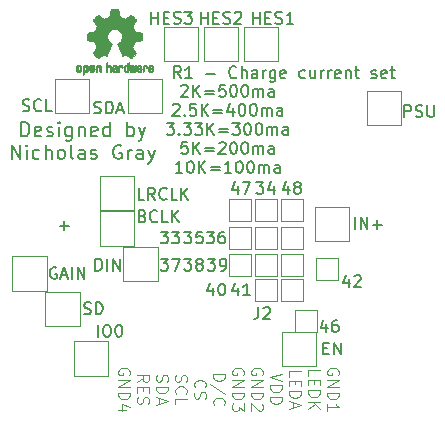
<source format=gbr>
%TF.GenerationSoftware,KiCad,Pcbnew,(6.0.5-0)*%
%TF.CreationDate,2022-09-09T17:58:14+08:00*%
%TF.ProjectId,Galaxy ripoff,47616c61-7879-4207-9269-706f66662e6b,rev?*%
%TF.SameCoordinates,Original*%
%TF.FileFunction,Legend,Top*%
%TF.FilePolarity,Positive*%
%FSLAX46Y46*%
G04 Gerber Fmt 4.6, Leading zero omitted, Abs format (unit mm)*
G04 Created by KiCad (PCBNEW (6.0.5-0)) date 2022-09-09 17:58:14*
%MOMM*%
%LPD*%
G01*
G04 APERTURE LIST*
%ADD10C,0.150000*%
%ADD11C,0.200000*%
%ADD12C,0.125000*%
%ADD13C,0.010000*%
%ADD14C,0.120000*%
G04 APERTURE END LIST*
D10*
X151809523Y-79252380D02*
X151476190Y-78776190D01*
X151238095Y-79252380D02*
X151238095Y-78252380D01*
X151619047Y-78252380D01*
X151714285Y-78300000D01*
X151761904Y-78347619D01*
X151809523Y-78442857D01*
X151809523Y-78585714D01*
X151761904Y-78680952D01*
X151714285Y-78728571D01*
X151619047Y-78776190D01*
X151238095Y-78776190D01*
X152761904Y-79252380D02*
X152190476Y-79252380D01*
X152476190Y-79252380D02*
X152476190Y-78252380D01*
X152380952Y-78395238D01*
X152285714Y-78490476D01*
X152190476Y-78538095D01*
X153952380Y-78871428D02*
X154714285Y-78871428D01*
X156523809Y-79157142D02*
X156476190Y-79204761D01*
X156333333Y-79252380D01*
X156238095Y-79252380D01*
X156095238Y-79204761D01*
X156000000Y-79109523D01*
X155952380Y-79014285D01*
X155904761Y-78823809D01*
X155904761Y-78680952D01*
X155952380Y-78490476D01*
X156000000Y-78395238D01*
X156095238Y-78300000D01*
X156238095Y-78252380D01*
X156333333Y-78252380D01*
X156476190Y-78300000D01*
X156523809Y-78347619D01*
X156952380Y-79252380D02*
X156952380Y-78252380D01*
X157380952Y-79252380D02*
X157380952Y-78728571D01*
X157333333Y-78633333D01*
X157238095Y-78585714D01*
X157095238Y-78585714D01*
X157000000Y-78633333D01*
X156952380Y-78680952D01*
X158285714Y-79252380D02*
X158285714Y-78728571D01*
X158238095Y-78633333D01*
X158142857Y-78585714D01*
X157952380Y-78585714D01*
X157857142Y-78633333D01*
X158285714Y-79204761D02*
X158190476Y-79252380D01*
X157952380Y-79252380D01*
X157857142Y-79204761D01*
X157809523Y-79109523D01*
X157809523Y-79014285D01*
X157857142Y-78919047D01*
X157952380Y-78871428D01*
X158190476Y-78871428D01*
X158285714Y-78823809D01*
X158761904Y-79252380D02*
X158761904Y-78585714D01*
X158761904Y-78776190D02*
X158809523Y-78680952D01*
X158857142Y-78633333D01*
X158952380Y-78585714D01*
X159047619Y-78585714D01*
X159809523Y-78585714D02*
X159809523Y-79395238D01*
X159761904Y-79490476D01*
X159714285Y-79538095D01*
X159619047Y-79585714D01*
X159476190Y-79585714D01*
X159380952Y-79538095D01*
X159809523Y-79204761D02*
X159714285Y-79252380D01*
X159523809Y-79252380D01*
X159428571Y-79204761D01*
X159380952Y-79157142D01*
X159333333Y-79061904D01*
X159333333Y-78776190D01*
X159380952Y-78680952D01*
X159428571Y-78633333D01*
X159523809Y-78585714D01*
X159714285Y-78585714D01*
X159809523Y-78633333D01*
X160666666Y-79204761D02*
X160571428Y-79252380D01*
X160380952Y-79252380D01*
X160285714Y-79204761D01*
X160238095Y-79109523D01*
X160238095Y-78728571D01*
X160285714Y-78633333D01*
X160380952Y-78585714D01*
X160571428Y-78585714D01*
X160666666Y-78633333D01*
X160714285Y-78728571D01*
X160714285Y-78823809D01*
X160238095Y-78919047D01*
X162333333Y-79204761D02*
X162238095Y-79252380D01*
X162047619Y-79252380D01*
X161952380Y-79204761D01*
X161904761Y-79157142D01*
X161857142Y-79061904D01*
X161857142Y-78776190D01*
X161904761Y-78680952D01*
X161952380Y-78633333D01*
X162047619Y-78585714D01*
X162238095Y-78585714D01*
X162333333Y-78633333D01*
X163190476Y-78585714D02*
X163190476Y-79252380D01*
X162761904Y-78585714D02*
X162761904Y-79109523D01*
X162809523Y-79204761D01*
X162904761Y-79252380D01*
X163047619Y-79252380D01*
X163142857Y-79204761D01*
X163190476Y-79157142D01*
X163666666Y-79252380D02*
X163666666Y-78585714D01*
X163666666Y-78776190D02*
X163714285Y-78680952D01*
X163761904Y-78633333D01*
X163857142Y-78585714D01*
X163952380Y-78585714D01*
X164285714Y-79252380D02*
X164285714Y-78585714D01*
X164285714Y-78776190D02*
X164333333Y-78680952D01*
X164380952Y-78633333D01*
X164476190Y-78585714D01*
X164571428Y-78585714D01*
X165285714Y-79204761D02*
X165190476Y-79252380D01*
X165000000Y-79252380D01*
X164904761Y-79204761D01*
X164857142Y-79109523D01*
X164857142Y-78728571D01*
X164904761Y-78633333D01*
X165000000Y-78585714D01*
X165190476Y-78585714D01*
X165285714Y-78633333D01*
X165333333Y-78728571D01*
X165333333Y-78823809D01*
X164857142Y-78919047D01*
X165761904Y-78585714D02*
X165761904Y-79252380D01*
X165761904Y-78680952D02*
X165809523Y-78633333D01*
X165904761Y-78585714D01*
X166047619Y-78585714D01*
X166142857Y-78633333D01*
X166190476Y-78728571D01*
X166190476Y-79252380D01*
X166523809Y-78585714D02*
X166904761Y-78585714D01*
X166666666Y-78252380D02*
X166666666Y-79109523D01*
X166714285Y-79204761D01*
X166809523Y-79252380D01*
X166904761Y-79252380D01*
X167952380Y-79204761D02*
X168047619Y-79252380D01*
X168238095Y-79252380D01*
X168333333Y-79204761D01*
X168380952Y-79109523D01*
X168380952Y-79061904D01*
X168333333Y-78966666D01*
X168238095Y-78919047D01*
X168095238Y-78919047D01*
X168000000Y-78871428D01*
X167952380Y-78776190D01*
X167952380Y-78728571D01*
X168000000Y-78633333D01*
X168095238Y-78585714D01*
X168238095Y-78585714D01*
X168333333Y-78633333D01*
X169190476Y-79204761D02*
X169095238Y-79252380D01*
X168904761Y-79252380D01*
X168809523Y-79204761D01*
X168761904Y-79109523D01*
X168761904Y-78728571D01*
X168809523Y-78633333D01*
X168904761Y-78585714D01*
X169095238Y-78585714D01*
X169190476Y-78633333D01*
X169238095Y-78728571D01*
X169238095Y-78823809D01*
X168761904Y-78919047D01*
X169523809Y-78585714D02*
X169904761Y-78585714D01*
X169666666Y-78252380D02*
X169666666Y-79109523D01*
X169714285Y-79204761D01*
X169809523Y-79252380D01*
X169904761Y-79252380D01*
D11*
X138300000Y-84176857D02*
X138300000Y-82976857D01*
X138585714Y-82976857D01*
X138757142Y-83034000D01*
X138871428Y-83148285D01*
X138928571Y-83262571D01*
X138985714Y-83491142D01*
X138985714Y-83662571D01*
X138928571Y-83891142D01*
X138871428Y-84005428D01*
X138757142Y-84119714D01*
X138585714Y-84176857D01*
X138300000Y-84176857D01*
X139957142Y-84119714D02*
X139842857Y-84176857D01*
X139614285Y-84176857D01*
X139500000Y-84119714D01*
X139442857Y-84005428D01*
X139442857Y-83548285D01*
X139500000Y-83434000D01*
X139614285Y-83376857D01*
X139842857Y-83376857D01*
X139957142Y-83434000D01*
X140014285Y-83548285D01*
X140014285Y-83662571D01*
X139442857Y-83776857D01*
X140471428Y-84119714D02*
X140585714Y-84176857D01*
X140814285Y-84176857D01*
X140928571Y-84119714D01*
X140985714Y-84005428D01*
X140985714Y-83948285D01*
X140928571Y-83834000D01*
X140814285Y-83776857D01*
X140642857Y-83776857D01*
X140528571Y-83719714D01*
X140471428Y-83605428D01*
X140471428Y-83548285D01*
X140528571Y-83434000D01*
X140642857Y-83376857D01*
X140814285Y-83376857D01*
X140928571Y-83434000D01*
X141500000Y-84176857D02*
X141500000Y-83376857D01*
X141500000Y-82976857D02*
X141442857Y-83034000D01*
X141500000Y-83091142D01*
X141557142Y-83034000D01*
X141500000Y-82976857D01*
X141500000Y-83091142D01*
X142585714Y-83376857D02*
X142585714Y-84348285D01*
X142528571Y-84462571D01*
X142471428Y-84519714D01*
X142357142Y-84576857D01*
X142185714Y-84576857D01*
X142071428Y-84519714D01*
X142585714Y-84119714D02*
X142471428Y-84176857D01*
X142242857Y-84176857D01*
X142128571Y-84119714D01*
X142071428Y-84062571D01*
X142014285Y-83948285D01*
X142014285Y-83605428D01*
X142071428Y-83491142D01*
X142128571Y-83434000D01*
X142242857Y-83376857D01*
X142471428Y-83376857D01*
X142585714Y-83434000D01*
X143157142Y-83376857D02*
X143157142Y-84176857D01*
X143157142Y-83491142D02*
X143214285Y-83434000D01*
X143328571Y-83376857D01*
X143500000Y-83376857D01*
X143614285Y-83434000D01*
X143671428Y-83548285D01*
X143671428Y-84176857D01*
X144700000Y-84119714D02*
X144585714Y-84176857D01*
X144357142Y-84176857D01*
X144242857Y-84119714D01*
X144185714Y-84005428D01*
X144185714Y-83548285D01*
X144242857Y-83434000D01*
X144357142Y-83376857D01*
X144585714Y-83376857D01*
X144700000Y-83434000D01*
X144757142Y-83548285D01*
X144757142Y-83662571D01*
X144185714Y-83776857D01*
X145785714Y-84176857D02*
X145785714Y-82976857D01*
X145785714Y-84119714D02*
X145671428Y-84176857D01*
X145442857Y-84176857D01*
X145328571Y-84119714D01*
X145271428Y-84062571D01*
X145214285Y-83948285D01*
X145214285Y-83605428D01*
X145271428Y-83491142D01*
X145328571Y-83434000D01*
X145442857Y-83376857D01*
X145671428Y-83376857D01*
X145785714Y-83434000D01*
X147271428Y-84176857D02*
X147271428Y-82976857D01*
X147271428Y-83434000D02*
X147385714Y-83376857D01*
X147614285Y-83376857D01*
X147728571Y-83434000D01*
X147785714Y-83491142D01*
X147842857Y-83605428D01*
X147842857Y-83948285D01*
X147785714Y-84062571D01*
X147728571Y-84119714D01*
X147614285Y-84176857D01*
X147385714Y-84176857D01*
X147271428Y-84119714D01*
X148242857Y-83376857D02*
X148528571Y-84176857D01*
X148814285Y-83376857D02*
X148528571Y-84176857D01*
X148414285Y-84462571D01*
X148357142Y-84519714D01*
X148242857Y-84576857D01*
X137500000Y-86108857D02*
X137500000Y-84908857D01*
X138185714Y-86108857D01*
X138185714Y-84908857D01*
X138757142Y-86108857D02*
X138757142Y-85308857D01*
X138757142Y-84908857D02*
X138700000Y-84966000D01*
X138757142Y-85023142D01*
X138814285Y-84966000D01*
X138757142Y-84908857D01*
X138757142Y-85023142D01*
X139842857Y-86051714D02*
X139728571Y-86108857D01*
X139500000Y-86108857D01*
X139385714Y-86051714D01*
X139328571Y-85994571D01*
X139271428Y-85880285D01*
X139271428Y-85537428D01*
X139328571Y-85423142D01*
X139385714Y-85366000D01*
X139500000Y-85308857D01*
X139728571Y-85308857D01*
X139842857Y-85366000D01*
X140357142Y-86108857D02*
X140357142Y-84908857D01*
X140871428Y-86108857D02*
X140871428Y-85480285D01*
X140814285Y-85366000D01*
X140700000Y-85308857D01*
X140528571Y-85308857D01*
X140414285Y-85366000D01*
X140357142Y-85423142D01*
X141614285Y-86108857D02*
X141500000Y-86051714D01*
X141442857Y-85994571D01*
X141385714Y-85880285D01*
X141385714Y-85537428D01*
X141442857Y-85423142D01*
X141500000Y-85366000D01*
X141614285Y-85308857D01*
X141785714Y-85308857D01*
X141900000Y-85366000D01*
X141957142Y-85423142D01*
X142014285Y-85537428D01*
X142014285Y-85880285D01*
X141957142Y-85994571D01*
X141900000Y-86051714D01*
X141785714Y-86108857D01*
X141614285Y-86108857D01*
X142700000Y-86108857D02*
X142585714Y-86051714D01*
X142528571Y-85937428D01*
X142528571Y-84908857D01*
X143671428Y-86108857D02*
X143671428Y-85480285D01*
X143614285Y-85366000D01*
X143500000Y-85308857D01*
X143271428Y-85308857D01*
X143157142Y-85366000D01*
X143671428Y-86051714D02*
X143557142Y-86108857D01*
X143271428Y-86108857D01*
X143157142Y-86051714D01*
X143100000Y-85937428D01*
X143100000Y-85823142D01*
X143157142Y-85708857D01*
X143271428Y-85651714D01*
X143557142Y-85651714D01*
X143671428Y-85594571D01*
X144185714Y-86051714D02*
X144300000Y-86108857D01*
X144528571Y-86108857D01*
X144642857Y-86051714D01*
X144700000Y-85937428D01*
X144700000Y-85880285D01*
X144642857Y-85766000D01*
X144528571Y-85708857D01*
X144357142Y-85708857D01*
X144242857Y-85651714D01*
X144185714Y-85537428D01*
X144185714Y-85480285D01*
X144242857Y-85366000D01*
X144357142Y-85308857D01*
X144528571Y-85308857D01*
X144642857Y-85366000D01*
X146757142Y-84966000D02*
X146642857Y-84908857D01*
X146471428Y-84908857D01*
X146300000Y-84966000D01*
X146185714Y-85080285D01*
X146128571Y-85194571D01*
X146071428Y-85423142D01*
X146071428Y-85594571D01*
X146128571Y-85823142D01*
X146185714Y-85937428D01*
X146300000Y-86051714D01*
X146471428Y-86108857D01*
X146585714Y-86108857D01*
X146757142Y-86051714D01*
X146814285Y-85994571D01*
X146814285Y-85594571D01*
X146585714Y-85594571D01*
X147328571Y-86108857D02*
X147328571Y-85308857D01*
X147328571Y-85537428D02*
X147385714Y-85423142D01*
X147442857Y-85366000D01*
X147557142Y-85308857D01*
X147671428Y-85308857D01*
X148585714Y-86108857D02*
X148585714Y-85480285D01*
X148528571Y-85366000D01*
X148414285Y-85308857D01*
X148185714Y-85308857D01*
X148071428Y-85366000D01*
X148585714Y-86051714D02*
X148471428Y-86108857D01*
X148185714Y-86108857D01*
X148071428Y-86051714D01*
X148014285Y-85937428D01*
X148014285Y-85823142D01*
X148071428Y-85708857D01*
X148185714Y-85651714D01*
X148471428Y-85651714D01*
X148585714Y-85594571D01*
X149042857Y-85308857D02*
X149328571Y-86108857D01*
X149614285Y-85308857D02*
X149328571Y-86108857D01*
X149214285Y-86394571D01*
X149157142Y-86451714D01*
X149042857Y-86508857D01*
D12*
X165155000Y-104361904D02*
X165202619Y-104266666D01*
X165202619Y-104123809D01*
X165155000Y-103980952D01*
X165059761Y-103885714D01*
X164964523Y-103838095D01*
X164774047Y-103790476D01*
X164631190Y-103790476D01*
X164440714Y-103838095D01*
X164345476Y-103885714D01*
X164250238Y-103980952D01*
X164202619Y-104123809D01*
X164202619Y-104219047D01*
X164250238Y-104361904D01*
X164297857Y-104409523D01*
X164631190Y-104409523D01*
X164631190Y-104219047D01*
X164202619Y-104838095D02*
X165202619Y-104838095D01*
X164202619Y-105409523D01*
X165202619Y-105409523D01*
X164202619Y-105885714D02*
X165202619Y-105885714D01*
X165202619Y-106123809D01*
X165155000Y-106266666D01*
X165059761Y-106361904D01*
X164964523Y-106409523D01*
X164774047Y-106457142D01*
X164631190Y-106457142D01*
X164440714Y-106409523D01*
X164345476Y-106361904D01*
X164250238Y-106266666D01*
X164202619Y-106123809D01*
X164202619Y-105885714D01*
X164202619Y-107409523D02*
X164202619Y-106838095D01*
X164202619Y-107123809D02*
X165202619Y-107123809D01*
X165059761Y-107028571D01*
X164964523Y-106933333D01*
X164916904Y-106838095D01*
X162592619Y-104457142D02*
X162592619Y-103980952D01*
X163592619Y-103980952D01*
X163116428Y-104790476D02*
X163116428Y-105123809D01*
X162592619Y-105266666D02*
X162592619Y-104790476D01*
X163592619Y-104790476D01*
X163592619Y-105266666D01*
X162592619Y-105695238D02*
X163592619Y-105695238D01*
X163592619Y-105933333D01*
X163545000Y-106076190D01*
X163449761Y-106171428D01*
X163354523Y-106219047D01*
X163164047Y-106266666D01*
X163021190Y-106266666D01*
X162830714Y-106219047D01*
X162735476Y-106171428D01*
X162640238Y-106076190D01*
X162592619Y-105933333D01*
X162592619Y-105695238D01*
X162592619Y-106695238D02*
X163592619Y-106695238D01*
X162592619Y-107266666D02*
X163164047Y-106838095D01*
X163592619Y-107266666D02*
X163021190Y-106695238D01*
X160982619Y-104528571D02*
X160982619Y-104052380D01*
X161982619Y-104052380D01*
X161506428Y-104861904D02*
X161506428Y-105195238D01*
X160982619Y-105338095D02*
X160982619Y-104861904D01*
X161982619Y-104861904D01*
X161982619Y-105338095D01*
X160982619Y-105766666D02*
X161982619Y-105766666D01*
X161982619Y-106004761D01*
X161935000Y-106147619D01*
X161839761Y-106242857D01*
X161744523Y-106290476D01*
X161554047Y-106338095D01*
X161411190Y-106338095D01*
X161220714Y-106290476D01*
X161125476Y-106242857D01*
X161030238Y-106147619D01*
X160982619Y-106004761D01*
X160982619Y-105766666D01*
X161268333Y-106719047D02*
X161268333Y-107195238D01*
X160982619Y-106623809D02*
X161982619Y-106957142D01*
X160982619Y-107290476D01*
X160372619Y-104266666D02*
X159372619Y-104600000D01*
X160372619Y-104933333D01*
X159372619Y-105266666D02*
X160372619Y-105266666D01*
X160372619Y-105504761D01*
X160325000Y-105647619D01*
X160229761Y-105742857D01*
X160134523Y-105790476D01*
X159944047Y-105838095D01*
X159801190Y-105838095D01*
X159610714Y-105790476D01*
X159515476Y-105742857D01*
X159420238Y-105647619D01*
X159372619Y-105504761D01*
X159372619Y-105266666D01*
X159372619Y-106266666D02*
X160372619Y-106266666D01*
X160372619Y-106504761D01*
X160325000Y-106647619D01*
X160229761Y-106742857D01*
X160134523Y-106790476D01*
X159944047Y-106838095D01*
X159801190Y-106838095D01*
X159610714Y-106790476D01*
X159515476Y-106742857D01*
X159420238Y-106647619D01*
X159372619Y-106504761D01*
X159372619Y-106266666D01*
X158715000Y-104361904D02*
X158762619Y-104266666D01*
X158762619Y-104123809D01*
X158715000Y-103980952D01*
X158619761Y-103885714D01*
X158524523Y-103838095D01*
X158334047Y-103790476D01*
X158191190Y-103790476D01*
X158000714Y-103838095D01*
X157905476Y-103885714D01*
X157810238Y-103980952D01*
X157762619Y-104123809D01*
X157762619Y-104219047D01*
X157810238Y-104361904D01*
X157857857Y-104409523D01*
X158191190Y-104409523D01*
X158191190Y-104219047D01*
X157762619Y-104838095D02*
X158762619Y-104838095D01*
X157762619Y-105409523D01*
X158762619Y-105409523D01*
X157762619Y-105885714D02*
X158762619Y-105885714D01*
X158762619Y-106123809D01*
X158715000Y-106266666D01*
X158619761Y-106361904D01*
X158524523Y-106409523D01*
X158334047Y-106457142D01*
X158191190Y-106457142D01*
X158000714Y-106409523D01*
X157905476Y-106361904D01*
X157810238Y-106266666D01*
X157762619Y-106123809D01*
X157762619Y-105885714D01*
X158667380Y-106838095D02*
X158715000Y-106885714D01*
X158762619Y-106980952D01*
X158762619Y-107219047D01*
X158715000Y-107314285D01*
X158667380Y-107361904D01*
X158572142Y-107409523D01*
X158476904Y-107409523D01*
X158334047Y-107361904D01*
X157762619Y-106790476D01*
X157762619Y-107409523D01*
X157105000Y-104361904D02*
X157152619Y-104266666D01*
X157152619Y-104123809D01*
X157105000Y-103980952D01*
X157009761Y-103885714D01*
X156914523Y-103838095D01*
X156724047Y-103790476D01*
X156581190Y-103790476D01*
X156390714Y-103838095D01*
X156295476Y-103885714D01*
X156200238Y-103980952D01*
X156152619Y-104123809D01*
X156152619Y-104219047D01*
X156200238Y-104361904D01*
X156247857Y-104409523D01*
X156581190Y-104409523D01*
X156581190Y-104219047D01*
X156152619Y-104838095D02*
X157152619Y-104838095D01*
X156152619Y-105409523D01*
X157152619Y-105409523D01*
X156152619Y-105885714D02*
X157152619Y-105885714D01*
X157152619Y-106123809D01*
X157105000Y-106266666D01*
X157009761Y-106361904D01*
X156914523Y-106409523D01*
X156724047Y-106457142D01*
X156581190Y-106457142D01*
X156390714Y-106409523D01*
X156295476Y-106361904D01*
X156200238Y-106266666D01*
X156152619Y-106123809D01*
X156152619Y-105885714D01*
X157152619Y-106790476D02*
X157152619Y-107409523D01*
X156771666Y-107076190D01*
X156771666Y-107219047D01*
X156724047Y-107314285D01*
X156676428Y-107361904D01*
X156581190Y-107409523D01*
X156343095Y-107409523D01*
X156247857Y-107361904D01*
X156200238Y-107314285D01*
X156152619Y-107219047D01*
X156152619Y-106933333D01*
X156200238Y-106838095D01*
X156247857Y-106790476D01*
X154542619Y-104314285D02*
X155542619Y-104314285D01*
X155542619Y-104552380D01*
X155495000Y-104695238D01*
X155399761Y-104790476D01*
X155304523Y-104838095D01*
X155114047Y-104885714D01*
X154971190Y-104885714D01*
X154780714Y-104838095D01*
X154685476Y-104790476D01*
X154590238Y-104695238D01*
X154542619Y-104552380D01*
X154542619Y-104314285D01*
X155590238Y-106028571D02*
X154304523Y-105171428D01*
X154637857Y-106933333D02*
X154590238Y-106885714D01*
X154542619Y-106742857D01*
X154542619Y-106647619D01*
X154590238Y-106504761D01*
X154685476Y-106409523D01*
X154780714Y-106361904D01*
X154971190Y-106314285D01*
X155114047Y-106314285D01*
X155304523Y-106361904D01*
X155399761Y-106409523D01*
X155495000Y-106504761D01*
X155542619Y-106647619D01*
X155542619Y-106742857D01*
X155495000Y-106885714D01*
X155447380Y-106933333D01*
X153027857Y-105433333D02*
X152980238Y-105385714D01*
X152932619Y-105242857D01*
X152932619Y-105147619D01*
X152980238Y-105004761D01*
X153075476Y-104909523D01*
X153170714Y-104861904D01*
X153361190Y-104814285D01*
X153504047Y-104814285D01*
X153694523Y-104861904D01*
X153789761Y-104909523D01*
X153885000Y-105004761D01*
X153932619Y-105147619D01*
X153932619Y-105242857D01*
X153885000Y-105385714D01*
X153837380Y-105433333D01*
X152980238Y-105814285D02*
X152932619Y-105957142D01*
X152932619Y-106195238D01*
X152980238Y-106290476D01*
X153027857Y-106338095D01*
X153123095Y-106385714D01*
X153218333Y-106385714D01*
X153313571Y-106338095D01*
X153361190Y-106290476D01*
X153408809Y-106195238D01*
X153456428Y-106004761D01*
X153504047Y-105909523D01*
X153551666Y-105861904D01*
X153646904Y-105814285D01*
X153742142Y-105814285D01*
X153837380Y-105861904D01*
X153885000Y-105909523D01*
X153932619Y-106004761D01*
X153932619Y-106242857D01*
X153885000Y-106385714D01*
X151370238Y-104409523D02*
X151322619Y-104552380D01*
X151322619Y-104790476D01*
X151370238Y-104885714D01*
X151417857Y-104933333D01*
X151513095Y-104980952D01*
X151608333Y-104980952D01*
X151703571Y-104933333D01*
X151751190Y-104885714D01*
X151798809Y-104790476D01*
X151846428Y-104600000D01*
X151894047Y-104504761D01*
X151941666Y-104457142D01*
X152036904Y-104409523D01*
X152132142Y-104409523D01*
X152227380Y-104457142D01*
X152275000Y-104504761D01*
X152322619Y-104600000D01*
X152322619Y-104838095D01*
X152275000Y-104980952D01*
X151417857Y-105980952D02*
X151370238Y-105933333D01*
X151322619Y-105790476D01*
X151322619Y-105695238D01*
X151370238Y-105552380D01*
X151465476Y-105457142D01*
X151560714Y-105409523D01*
X151751190Y-105361904D01*
X151894047Y-105361904D01*
X152084523Y-105409523D01*
X152179761Y-105457142D01*
X152275000Y-105552380D01*
X152322619Y-105695238D01*
X152322619Y-105790476D01*
X152275000Y-105933333D01*
X152227380Y-105980952D01*
X151322619Y-106885714D02*
X151322619Y-106409523D01*
X152322619Y-106409523D01*
X149760238Y-104385714D02*
X149712619Y-104528571D01*
X149712619Y-104766666D01*
X149760238Y-104861904D01*
X149807857Y-104909523D01*
X149903095Y-104957142D01*
X149998333Y-104957142D01*
X150093571Y-104909523D01*
X150141190Y-104861904D01*
X150188809Y-104766666D01*
X150236428Y-104576190D01*
X150284047Y-104480952D01*
X150331666Y-104433333D01*
X150426904Y-104385714D01*
X150522142Y-104385714D01*
X150617380Y-104433333D01*
X150665000Y-104480952D01*
X150712619Y-104576190D01*
X150712619Y-104814285D01*
X150665000Y-104957142D01*
X149712619Y-105385714D02*
X150712619Y-105385714D01*
X150712619Y-105623809D01*
X150665000Y-105766666D01*
X150569761Y-105861904D01*
X150474523Y-105909523D01*
X150284047Y-105957142D01*
X150141190Y-105957142D01*
X149950714Y-105909523D01*
X149855476Y-105861904D01*
X149760238Y-105766666D01*
X149712619Y-105623809D01*
X149712619Y-105385714D01*
X149998333Y-106338095D02*
X149998333Y-106814285D01*
X149712619Y-106242857D02*
X150712619Y-106576190D01*
X149712619Y-106909523D01*
X148102619Y-104980952D02*
X148578809Y-104647619D01*
X148102619Y-104409523D02*
X149102619Y-104409523D01*
X149102619Y-104790476D01*
X149055000Y-104885714D01*
X149007380Y-104933333D01*
X148912142Y-104980952D01*
X148769285Y-104980952D01*
X148674047Y-104933333D01*
X148626428Y-104885714D01*
X148578809Y-104790476D01*
X148578809Y-104409523D01*
X148626428Y-105409523D02*
X148626428Y-105742857D01*
X148102619Y-105885714D02*
X148102619Y-105409523D01*
X149102619Y-105409523D01*
X149102619Y-105885714D01*
X148150238Y-106266666D02*
X148102619Y-106409523D01*
X148102619Y-106647619D01*
X148150238Y-106742857D01*
X148197857Y-106790476D01*
X148293095Y-106838095D01*
X148388333Y-106838095D01*
X148483571Y-106790476D01*
X148531190Y-106742857D01*
X148578809Y-106647619D01*
X148626428Y-106457142D01*
X148674047Y-106361904D01*
X148721666Y-106314285D01*
X148816904Y-106266666D01*
X148912142Y-106266666D01*
X149007380Y-106314285D01*
X149055000Y-106361904D01*
X149102619Y-106457142D01*
X149102619Y-106695238D01*
X149055000Y-106838095D01*
X147445000Y-104361904D02*
X147492619Y-104266666D01*
X147492619Y-104123809D01*
X147445000Y-103980952D01*
X147349761Y-103885714D01*
X147254523Y-103838095D01*
X147064047Y-103790476D01*
X146921190Y-103790476D01*
X146730714Y-103838095D01*
X146635476Y-103885714D01*
X146540238Y-103980952D01*
X146492619Y-104123809D01*
X146492619Y-104219047D01*
X146540238Y-104361904D01*
X146587857Y-104409523D01*
X146921190Y-104409523D01*
X146921190Y-104219047D01*
X146492619Y-104838095D02*
X147492619Y-104838095D01*
X146492619Y-105409523D01*
X147492619Y-105409523D01*
X146492619Y-105885714D02*
X147492619Y-105885714D01*
X147492619Y-106123809D01*
X147445000Y-106266666D01*
X147349761Y-106361904D01*
X147254523Y-106409523D01*
X147064047Y-106457142D01*
X146921190Y-106457142D01*
X146730714Y-106409523D01*
X146635476Y-106361904D01*
X146540238Y-106266666D01*
X146492619Y-106123809D01*
X146492619Y-105885714D01*
X147159285Y-107314285D02*
X146492619Y-107314285D01*
X147540238Y-107076190D02*
X146825952Y-106838095D01*
X146825952Y-107457142D01*
D10*
X141542631Y-91771428D02*
X142304536Y-91771428D01*
X141923584Y-92152380D02*
X141923584Y-91390476D01*
X151847619Y-79927619D02*
X151895238Y-79880000D01*
X151990476Y-79832380D01*
X152228571Y-79832380D01*
X152323809Y-79880000D01*
X152371428Y-79927619D01*
X152419047Y-80022857D01*
X152419047Y-80118095D01*
X152371428Y-80260952D01*
X151800000Y-80832380D01*
X152419047Y-80832380D01*
X152847619Y-80832380D02*
X152847619Y-79832380D01*
X153419047Y-80832380D02*
X152990476Y-80260952D01*
X153419047Y-79832380D02*
X152847619Y-80403809D01*
X153847619Y-80308571D02*
X154609523Y-80308571D01*
X154609523Y-80594285D02*
X153847619Y-80594285D01*
X155561904Y-79832380D02*
X155085714Y-79832380D01*
X155038095Y-80308571D01*
X155085714Y-80260952D01*
X155180952Y-80213333D01*
X155419047Y-80213333D01*
X155514285Y-80260952D01*
X155561904Y-80308571D01*
X155609523Y-80403809D01*
X155609523Y-80641904D01*
X155561904Y-80737142D01*
X155514285Y-80784761D01*
X155419047Y-80832380D01*
X155180952Y-80832380D01*
X155085714Y-80784761D01*
X155038095Y-80737142D01*
X156228571Y-79832380D02*
X156323809Y-79832380D01*
X156419047Y-79880000D01*
X156466666Y-79927619D01*
X156514285Y-80022857D01*
X156561904Y-80213333D01*
X156561904Y-80451428D01*
X156514285Y-80641904D01*
X156466666Y-80737142D01*
X156419047Y-80784761D01*
X156323809Y-80832380D01*
X156228571Y-80832380D01*
X156133333Y-80784761D01*
X156085714Y-80737142D01*
X156038095Y-80641904D01*
X155990476Y-80451428D01*
X155990476Y-80213333D01*
X156038095Y-80022857D01*
X156085714Y-79927619D01*
X156133333Y-79880000D01*
X156228571Y-79832380D01*
X157180952Y-79832380D02*
X157276190Y-79832380D01*
X157371428Y-79880000D01*
X157419047Y-79927619D01*
X157466666Y-80022857D01*
X157514285Y-80213333D01*
X157514285Y-80451428D01*
X157466666Y-80641904D01*
X157419047Y-80737142D01*
X157371428Y-80784761D01*
X157276190Y-80832380D01*
X157180952Y-80832380D01*
X157085714Y-80784761D01*
X157038095Y-80737142D01*
X156990476Y-80641904D01*
X156942857Y-80451428D01*
X156942857Y-80213333D01*
X156990476Y-80022857D01*
X157038095Y-79927619D01*
X157085714Y-79880000D01*
X157180952Y-79832380D01*
X157942857Y-80832380D02*
X157942857Y-80165714D01*
X157942857Y-80260952D02*
X157990476Y-80213333D01*
X158085714Y-80165714D01*
X158228571Y-80165714D01*
X158323809Y-80213333D01*
X158371428Y-80308571D01*
X158371428Y-80832380D01*
X158371428Y-80308571D02*
X158419047Y-80213333D01*
X158514285Y-80165714D01*
X158657142Y-80165714D01*
X158752380Y-80213333D01*
X158800000Y-80308571D01*
X158800000Y-80832380D01*
X159704761Y-80832380D02*
X159704761Y-80308571D01*
X159657142Y-80213333D01*
X159561904Y-80165714D01*
X159371428Y-80165714D01*
X159276190Y-80213333D01*
X159704761Y-80784761D02*
X159609523Y-80832380D01*
X159371428Y-80832380D01*
X159276190Y-80784761D01*
X159228571Y-80689523D01*
X159228571Y-80594285D01*
X159276190Y-80499047D01*
X159371428Y-80451428D01*
X159609523Y-80451428D01*
X159704761Y-80403809D01*
X151133333Y-81537619D02*
X151180952Y-81490000D01*
X151276190Y-81442380D01*
X151514285Y-81442380D01*
X151609523Y-81490000D01*
X151657142Y-81537619D01*
X151704761Y-81632857D01*
X151704761Y-81728095D01*
X151657142Y-81870952D01*
X151085714Y-82442380D01*
X151704761Y-82442380D01*
X152133333Y-82347142D02*
X152180952Y-82394761D01*
X152133333Y-82442380D01*
X152085714Y-82394761D01*
X152133333Y-82347142D01*
X152133333Y-82442380D01*
X153085714Y-81442380D02*
X152609523Y-81442380D01*
X152561904Y-81918571D01*
X152609523Y-81870952D01*
X152704761Y-81823333D01*
X152942857Y-81823333D01*
X153038095Y-81870952D01*
X153085714Y-81918571D01*
X153133333Y-82013809D01*
X153133333Y-82251904D01*
X153085714Y-82347142D01*
X153038095Y-82394761D01*
X152942857Y-82442380D01*
X152704761Y-82442380D01*
X152609523Y-82394761D01*
X152561904Y-82347142D01*
X153561904Y-82442380D02*
X153561904Y-81442380D01*
X154133333Y-82442380D02*
X153704761Y-81870952D01*
X154133333Y-81442380D02*
X153561904Y-82013809D01*
X154561904Y-81918571D02*
X155323809Y-81918571D01*
X155323809Y-82204285D02*
X154561904Y-82204285D01*
X156228571Y-81775714D02*
X156228571Y-82442380D01*
X155990476Y-81394761D02*
X155752380Y-82109047D01*
X156371428Y-82109047D01*
X156942857Y-81442380D02*
X157038095Y-81442380D01*
X157133333Y-81490000D01*
X157180952Y-81537619D01*
X157228571Y-81632857D01*
X157276190Y-81823333D01*
X157276190Y-82061428D01*
X157228571Y-82251904D01*
X157180952Y-82347142D01*
X157133333Y-82394761D01*
X157038095Y-82442380D01*
X156942857Y-82442380D01*
X156847619Y-82394761D01*
X156800000Y-82347142D01*
X156752380Y-82251904D01*
X156704761Y-82061428D01*
X156704761Y-81823333D01*
X156752380Y-81632857D01*
X156800000Y-81537619D01*
X156847619Y-81490000D01*
X156942857Y-81442380D01*
X157895238Y-81442380D02*
X157990476Y-81442380D01*
X158085714Y-81490000D01*
X158133333Y-81537619D01*
X158180952Y-81632857D01*
X158228571Y-81823333D01*
X158228571Y-82061428D01*
X158180952Y-82251904D01*
X158133333Y-82347142D01*
X158085714Y-82394761D01*
X157990476Y-82442380D01*
X157895238Y-82442380D01*
X157800000Y-82394761D01*
X157752380Y-82347142D01*
X157704761Y-82251904D01*
X157657142Y-82061428D01*
X157657142Y-81823333D01*
X157704761Y-81632857D01*
X157752380Y-81537619D01*
X157800000Y-81490000D01*
X157895238Y-81442380D01*
X158657142Y-82442380D02*
X158657142Y-81775714D01*
X158657142Y-81870952D02*
X158704761Y-81823333D01*
X158800000Y-81775714D01*
X158942857Y-81775714D01*
X159038095Y-81823333D01*
X159085714Y-81918571D01*
X159085714Y-82442380D01*
X159085714Y-81918571D02*
X159133333Y-81823333D01*
X159228571Y-81775714D01*
X159371428Y-81775714D01*
X159466666Y-81823333D01*
X159514285Y-81918571D01*
X159514285Y-82442380D01*
X160419047Y-82442380D02*
X160419047Y-81918571D01*
X160371428Y-81823333D01*
X160276190Y-81775714D01*
X160085714Y-81775714D01*
X159990476Y-81823333D01*
X160419047Y-82394761D02*
X160323809Y-82442380D01*
X160085714Y-82442380D01*
X159990476Y-82394761D01*
X159942857Y-82299523D01*
X159942857Y-82204285D01*
X159990476Y-82109047D01*
X160085714Y-82061428D01*
X160323809Y-82061428D01*
X160419047Y-82013809D01*
X150609523Y-83052380D02*
X151228571Y-83052380D01*
X150895238Y-83433333D01*
X151038095Y-83433333D01*
X151133333Y-83480952D01*
X151180952Y-83528571D01*
X151228571Y-83623809D01*
X151228571Y-83861904D01*
X151180952Y-83957142D01*
X151133333Y-84004761D01*
X151038095Y-84052380D01*
X150752380Y-84052380D01*
X150657142Y-84004761D01*
X150609523Y-83957142D01*
X151657142Y-83957142D02*
X151704761Y-84004761D01*
X151657142Y-84052380D01*
X151609523Y-84004761D01*
X151657142Y-83957142D01*
X151657142Y-84052380D01*
X152038095Y-83052380D02*
X152657142Y-83052380D01*
X152323809Y-83433333D01*
X152466666Y-83433333D01*
X152561904Y-83480952D01*
X152609523Y-83528571D01*
X152657142Y-83623809D01*
X152657142Y-83861904D01*
X152609523Y-83957142D01*
X152561904Y-84004761D01*
X152466666Y-84052380D01*
X152180952Y-84052380D01*
X152085714Y-84004761D01*
X152038095Y-83957142D01*
X152990476Y-83052380D02*
X153609523Y-83052380D01*
X153276190Y-83433333D01*
X153419047Y-83433333D01*
X153514285Y-83480952D01*
X153561904Y-83528571D01*
X153609523Y-83623809D01*
X153609523Y-83861904D01*
X153561904Y-83957142D01*
X153514285Y-84004761D01*
X153419047Y-84052380D01*
X153133333Y-84052380D01*
X153038095Y-84004761D01*
X152990476Y-83957142D01*
X154038095Y-84052380D02*
X154038095Y-83052380D01*
X154609523Y-84052380D02*
X154180952Y-83480952D01*
X154609523Y-83052380D02*
X154038095Y-83623809D01*
X155038095Y-83528571D02*
X155800000Y-83528571D01*
X155800000Y-83814285D02*
X155038095Y-83814285D01*
X156180952Y-83052380D02*
X156800000Y-83052380D01*
X156466666Y-83433333D01*
X156609523Y-83433333D01*
X156704761Y-83480952D01*
X156752380Y-83528571D01*
X156800000Y-83623809D01*
X156800000Y-83861904D01*
X156752380Y-83957142D01*
X156704761Y-84004761D01*
X156609523Y-84052380D01*
X156323809Y-84052380D01*
X156228571Y-84004761D01*
X156180952Y-83957142D01*
X157419047Y-83052380D02*
X157514285Y-83052380D01*
X157609523Y-83100000D01*
X157657142Y-83147619D01*
X157704761Y-83242857D01*
X157752380Y-83433333D01*
X157752380Y-83671428D01*
X157704761Y-83861904D01*
X157657142Y-83957142D01*
X157609523Y-84004761D01*
X157514285Y-84052380D01*
X157419047Y-84052380D01*
X157323809Y-84004761D01*
X157276190Y-83957142D01*
X157228571Y-83861904D01*
X157180952Y-83671428D01*
X157180952Y-83433333D01*
X157228571Y-83242857D01*
X157276190Y-83147619D01*
X157323809Y-83100000D01*
X157419047Y-83052380D01*
X158371428Y-83052380D02*
X158466666Y-83052380D01*
X158561904Y-83100000D01*
X158609523Y-83147619D01*
X158657142Y-83242857D01*
X158704761Y-83433333D01*
X158704761Y-83671428D01*
X158657142Y-83861904D01*
X158609523Y-83957142D01*
X158561904Y-84004761D01*
X158466666Y-84052380D01*
X158371428Y-84052380D01*
X158276190Y-84004761D01*
X158228571Y-83957142D01*
X158180952Y-83861904D01*
X158133333Y-83671428D01*
X158133333Y-83433333D01*
X158180952Y-83242857D01*
X158228571Y-83147619D01*
X158276190Y-83100000D01*
X158371428Y-83052380D01*
X159133333Y-84052380D02*
X159133333Y-83385714D01*
X159133333Y-83480952D02*
X159180952Y-83433333D01*
X159276190Y-83385714D01*
X159419047Y-83385714D01*
X159514285Y-83433333D01*
X159561904Y-83528571D01*
X159561904Y-84052380D01*
X159561904Y-83528571D02*
X159609523Y-83433333D01*
X159704761Y-83385714D01*
X159847619Y-83385714D01*
X159942857Y-83433333D01*
X159990476Y-83528571D01*
X159990476Y-84052380D01*
X160895238Y-84052380D02*
X160895238Y-83528571D01*
X160847619Y-83433333D01*
X160752380Y-83385714D01*
X160561904Y-83385714D01*
X160466666Y-83433333D01*
X160895238Y-84004761D02*
X160800000Y-84052380D01*
X160561904Y-84052380D01*
X160466666Y-84004761D01*
X160419047Y-83909523D01*
X160419047Y-83814285D01*
X160466666Y-83719047D01*
X160561904Y-83671428D01*
X160800000Y-83671428D01*
X160895238Y-83623809D01*
X152371428Y-84662380D02*
X151895238Y-84662380D01*
X151847619Y-85138571D01*
X151895238Y-85090952D01*
X151990476Y-85043333D01*
X152228571Y-85043333D01*
X152323809Y-85090952D01*
X152371428Y-85138571D01*
X152419047Y-85233809D01*
X152419047Y-85471904D01*
X152371428Y-85567142D01*
X152323809Y-85614761D01*
X152228571Y-85662380D01*
X151990476Y-85662380D01*
X151895238Y-85614761D01*
X151847619Y-85567142D01*
X152847619Y-85662380D02*
X152847619Y-84662380D01*
X153419047Y-85662380D02*
X152990476Y-85090952D01*
X153419047Y-84662380D02*
X152847619Y-85233809D01*
X153847619Y-85138571D02*
X154609523Y-85138571D01*
X154609523Y-85424285D02*
X153847619Y-85424285D01*
X155038095Y-84757619D02*
X155085714Y-84710000D01*
X155180952Y-84662380D01*
X155419047Y-84662380D01*
X155514285Y-84710000D01*
X155561904Y-84757619D01*
X155609523Y-84852857D01*
X155609523Y-84948095D01*
X155561904Y-85090952D01*
X154990476Y-85662380D01*
X155609523Y-85662380D01*
X156228571Y-84662380D02*
X156323809Y-84662380D01*
X156419047Y-84710000D01*
X156466666Y-84757619D01*
X156514285Y-84852857D01*
X156561904Y-85043333D01*
X156561904Y-85281428D01*
X156514285Y-85471904D01*
X156466666Y-85567142D01*
X156419047Y-85614761D01*
X156323809Y-85662380D01*
X156228571Y-85662380D01*
X156133333Y-85614761D01*
X156085714Y-85567142D01*
X156038095Y-85471904D01*
X155990476Y-85281428D01*
X155990476Y-85043333D01*
X156038095Y-84852857D01*
X156085714Y-84757619D01*
X156133333Y-84710000D01*
X156228571Y-84662380D01*
X157180952Y-84662380D02*
X157276190Y-84662380D01*
X157371428Y-84710000D01*
X157419047Y-84757619D01*
X157466666Y-84852857D01*
X157514285Y-85043333D01*
X157514285Y-85281428D01*
X157466666Y-85471904D01*
X157419047Y-85567142D01*
X157371428Y-85614761D01*
X157276190Y-85662380D01*
X157180952Y-85662380D01*
X157085714Y-85614761D01*
X157038095Y-85567142D01*
X156990476Y-85471904D01*
X156942857Y-85281428D01*
X156942857Y-85043333D01*
X156990476Y-84852857D01*
X157038095Y-84757619D01*
X157085714Y-84710000D01*
X157180952Y-84662380D01*
X157942857Y-85662380D02*
X157942857Y-84995714D01*
X157942857Y-85090952D02*
X157990476Y-85043333D01*
X158085714Y-84995714D01*
X158228571Y-84995714D01*
X158323809Y-85043333D01*
X158371428Y-85138571D01*
X158371428Y-85662380D01*
X158371428Y-85138571D02*
X158419047Y-85043333D01*
X158514285Y-84995714D01*
X158657142Y-84995714D01*
X158752380Y-85043333D01*
X158800000Y-85138571D01*
X158800000Y-85662380D01*
X159704761Y-85662380D02*
X159704761Y-85138571D01*
X159657142Y-85043333D01*
X159561904Y-84995714D01*
X159371428Y-84995714D01*
X159276190Y-85043333D01*
X159704761Y-85614761D02*
X159609523Y-85662380D01*
X159371428Y-85662380D01*
X159276190Y-85614761D01*
X159228571Y-85519523D01*
X159228571Y-85424285D01*
X159276190Y-85329047D01*
X159371428Y-85281428D01*
X159609523Y-85281428D01*
X159704761Y-85233809D01*
X151942857Y-87272380D02*
X151371428Y-87272380D01*
X151657142Y-87272380D02*
X151657142Y-86272380D01*
X151561904Y-86415238D01*
X151466666Y-86510476D01*
X151371428Y-86558095D01*
X152561904Y-86272380D02*
X152657142Y-86272380D01*
X152752380Y-86320000D01*
X152800000Y-86367619D01*
X152847619Y-86462857D01*
X152895238Y-86653333D01*
X152895238Y-86891428D01*
X152847619Y-87081904D01*
X152800000Y-87177142D01*
X152752380Y-87224761D01*
X152657142Y-87272380D01*
X152561904Y-87272380D01*
X152466666Y-87224761D01*
X152419047Y-87177142D01*
X152371428Y-87081904D01*
X152323809Y-86891428D01*
X152323809Y-86653333D01*
X152371428Y-86462857D01*
X152419047Y-86367619D01*
X152466666Y-86320000D01*
X152561904Y-86272380D01*
X153323809Y-87272380D02*
X153323809Y-86272380D01*
X153895238Y-87272380D02*
X153466666Y-86700952D01*
X153895238Y-86272380D02*
X153323809Y-86843809D01*
X154323809Y-86748571D02*
X155085714Y-86748571D01*
X155085714Y-87034285D02*
X154323809Y-87034285D01*
X156085714Y-87272380D02*
X155514285Y-87272380D01*
X155800000Y-87272380D02*
X155800000Y-86272380D01*
X155704761Y-86415238D01*
X155609523Y-86510476D01*
X155514285Y-86558095D01*
X156704761Y-86272380D02*
X156800000Y-86272380D01*
X156895238Y-86320000D01*
X156942857Y-86367619D01*
X156990476Y-86462857D01*
X157038095Y-86653333D01*
X157038095Y-86891428D01*
X156990476Y-87081904D01*
X156942857Y-87177142D01*
X156895238Y-87224761D01*
X156800000Y-87272380D01*
X156704761Y-87272380D01*
X156609523Y-87224761D01*
X156561904Y-87177142D01*
X156514285Y-87081904D01*
X156466666Y-86891428D01*
X156466666Y-86653333D01*
X156514285Y-86462857D01*
X156561904Y-86367619D01*
X156609523Y-86320000D01*
X156704761Y-86272380D01*
X157657142Y-86272380D02*
X157752380Y-86272380D01*
X157847619Y-86320000D01*
X157895238Y-86367619D01*
X157942857Y-86462857D01*
X157990476Y-86653333D01*
X157990476Y-86891428D01*
X157942857Y-87081904D01*
X157895238Y-87177142D01*
X157847619Y-87224761D01*
X157752380Y-87272380D01*
X157657142Y-87272380D01*
X157561904Y-87224761D01*
X157514285Y-87177142D01*
X157466666Y-87081904D01*
X157419047Y-86891428D01*
X157419047Y-86653333D01*
X157466666Y-86462857D01*
X157514285Y-86367619D01*
X157561904Y-86320000D01*
X157657142Y-86272380D01*
X158419047Y-87272380D02*
X158419047Y-86605714D01*
X158419047Y-86700952D02*
X158466666Y-86653333D01*
X158561904Y-86605714D01*
X158704761Y-86605714D01*
X158800000Y-86653333D01*
X158847619Y-86748571D01*
X158847619Y-87272380D01*
X158847619Y-86748571D02*
X158895238Y-86653333D01*
X158990476Y-86605714D01*
X159133333Y-86605714D01*
X159228571Y-86653333D01*
X159276190Y-86748571D01*
X159276190Y-87272380D01*
X160180952Y-87272380D02*
X160180952Y-86748571D01*
X160133333Y-86653333D01*
X160038095Y-86605714D01*
X159847619Y-86605714D01*
X159752380Y-86653333D01*
X160180952Y-87224761D02*
X160085714Y-87272380D01*
X159847619Y-87272380D01*
X159752380Y-87224761D01*
X159704761Y-87129523D01*
X159704761Y-87034285D01*
X159752380Y-86939047D01*
X159847619Y-86891428D01*
X160085714Y-86891428D01*
X160180952Y-86843809D01*
%TO.C,SDA*%
X144485714Y-82204761D02*
X144628571Y-82252380D01*
X144866666Y-82252380D01*
X144961904Y-82204761D01*
X145009523Y-82157142D01*
X145057142Y-82061904D01*
X145057142Y-81966666D01*
X145009523Y-81871428D01*
X144961904Y-81823809D01*
X144866666Y-81776190D01*
X144676190Y-81728571D01*
X144580952Y-81680952D01*
X144533333Y-81633333D01*
X144485714Y-81538095D01*
X144485714Y-81442857D01*
X144533333Y-81347619D01*
X144580952Y-81300000D01*
X144676190Y-81252380D01*
X144914285Y-81252380D01*
X145057142Y-81300000D01*
X145485714Y-82252380D02*
X145485714Y-81252380D01*
X145723809Y-81252380D01*
X145866666Y-81300000D01*
X145961904Y-81395238D01*
X146009523Y-81490476D01*
X146057142Y-81680952D01*
X146057142Y-81823809D01*
X146009523Y-82014285D01*
X145961904Y-82109523D01*
X145866666Y-82204761D01*
X145723809Y-82252380D01*
X145485714Y-82252380D01*
X146438095Y-81966666D02*
X146914285Y-81966666D01*
X146342857Y-82252380D02*
X146676190Y-81252380D01*
X147009523Y-82252380D01*
%TO.C,HES3*%
X149309523Y-74652380D02*
X149309523Y-73652380D01*
X149309523Y-74128571D02*
X149880952Y-74128571D01*
X149880952Y-74652380D02*
X149880952Y-73652380D01*
X150357142Y-74128571D02*
X150690476Y-74128571D01*
X150833333Y-74652380D02*
X150357142Y-74652380D01*
X150357142Y-73652380D01*
X150833333Y-73652380D01*
X151214285Y-74604761D02*
X151357142Y-74652380D01*
X151595238Y-74652380D01*
X151690476Y-74604761D01*
X151738095Y-74557142D01*
X151785714Y-74461904D01*
X151785714Y-74366666D01*
X151738095Y-74271428D01*
X151690476Y-74223809D01*
X151595238Y-74176190D01*
X151404761Y-74128571D01*
X151309523Y-74080952D01*
X151261904Y-74033333D01*
X151214285Y-73938095D01*
X151214285Y-73842857D01*
X151261904Y-73747619D01*
X151309523Y-73700000D01*
X151404761Y-73652380D01*
X151642857Y-73652380D01*
X151785714Y-73700000D01*
X152119047Y-73652380D02*
X152738095Y-73652380D01*
X152404761Y-74033333D01*
X152547619Y-74033333D01*
X152642857Y-74080952D01*
X152690476Y-74128571D01*
X152738095Y-74223809D01*
X152738095Y-74461904D01*
X152690476Y-74557142D01*
X152642857Y-74604761D01*
X152547619Y-74652380D01*
X152261904Y-74652380D01*
X152166666Y-74604761D01*
X152119047Y-74557142D01*
%TO.C,GAIN*%
X141271428Y-95300000D02*
X141176190Y-95252380D01*
X141033333Y-95252380D01*
X140890476Y-95300000D01*
X140795238Y-95395238D01*
X140747619Y-95490476D01*
X140700000Y-95680952D01*
X140700000Y-95823809D01*
X140747619Y-96014285D01*
X140795238Y-96109523D01*
X140890476Y-96204761D01*
X141033333Y-96252380D01*
X141128571Y-96252380D01*
X141271428Y-96204761D01*
X141319047Y-96157142D01*
X141319047Y-95823809D01*
X141128571Y-95823809D01*
X141700000Y-95966666D02*
X142176190Y-95966666D01*
X141604761Y-96252380D02*
X141938095Y-95252380D01*
X142271428Y-96252380D01*
X142604761Y-96252380D02*
X142604761Y-95252380D01*
X143080952Y-96252380D02*
X143080952Y-95252380D01*
X143652380Y-96252380D01*
X143652380Y-95252380D01*
%TO.C,BCLK*%
X148566666Y-90928571D02*
X148709523Y-90976190D01*
X148757142Y-91023809D01*
X148804761Y-91119047D01*
X148804761Y-91261904D01*
X148757142Y-91357142D01*
X148709523Y-91404761D01*
X148614285Y-91452380D01*
X148233333Y-91452380D01*
X148233333Y-90452380D01*
X148566666Y-90452380D01*
X148661904Y-90500000D01*
X148709523Y-90547619D01*
X148757142Y-90642857D01*
X148757142Y-90738095D01*
X148709523Y-90833333D01*
X148661904Y-90880952D01*
X148566666Y-90928571D01*
X148233333Y-90928571D01*
X149804761Y-91357142D02*
X149757142Y-91404761D01*
X149614285Y-91452380D01*
X149519047Y-91452380D01*
X149376190Y-91404761D01*
X149280952Y-91309523D01*
X149233333Y-91214285D01*
X149185714Y-91023809D01*
X149185714Y-90880952D01*
X149233333Y-90690476D01*
X149280952Y-90595238D01*
X149376190Y-90500000D01*
X149519047Y-90452380D01*
X149614285Y-90452380D01*
X149757142Y-90500000D01*
X149804761Y-90547619D01*
X150709523Y-91452380D02*
X150233333Y-91452380D01*
X150233333Y-90452380D01*
X151042857Y-91452380D02*
X151042857Y-90452380D01*
X151614285Y-91452380D02*
X151185714Y-90880952D01*
X151614285Y-90452380D02*
X151042857Y-91023809D01*
%TO.C,35*%
X152090476Y-92252380D02*
X152709523Y-92252380D01*
X152376190Y-92633333D01*
X152519047Y-92633333D01*
X152614285Y-92680952D01*
X152661904Y-92728571D01*
X152709523Y-92823809D01*
X152709523Y-93061904D01*
X152661904Y-93157142D01*
X152614285Y-93204761D01*
X152519047Y-93252380D01*
X152233333Y-93252380D01*
X152138095Y-93204761D01*
X152090476Y-93157142D01*
X153614285Y-92252380D02*
X153138095Y-92252380D01*
X153090476Y-92728571D01*
X153138095Y-92680952D01*
X153233333Y-92633333D01*
X153471428Y-92633333D01*
X153566666Y-92680952D01*
X153614285Y-92728571D01*
X153661904Y-92823809D01*
X153661904Y-93061904D01*
X153614285Y-93157142D01*
X153566666Y-93204761D01*
X153471428Y-93252380D01*
X153233333Y-93252380D01*
X153138095Y-93204761D01*
X153090476Y-93157142D01*
%TO.C,HES2*%
X153509523Y-74652380D02*
X153509523Y-73652380D01*
X153509523Y-74128571D02*
X154080952Y-74128571D01*
X154080952Y-74652380D02*
X154080952Y-73652380D01*
X154557142Y-74128571D02*
X154890476Y-74128571D01*
X155033333Y-74652380D02*
X154557142Y-74652380D01*
X154557142Y-73652380D01*
X155033333Y-73652380D01*
X155414285Y-74604761D02*
X155557142Y-74652380D01*
X155795238Y-74652380D01*
X155890476Y-74604761D01*
X155938095Y-74557142D01*
X155985714Y-74461904D01*
X155985714Y-74366666D01*
X155938095Y-74271428D01*
X155890476Y-74223809D01*
X155795238Y-74176190D01*
X155604761Y-74128571D01*
X155509523Y-74080952D01*
X155461904Y-74033333D01*
X155414285Y-73938095D01*
X155414285Y-73842857D01*
X155461904Y-73747619D01*
X155509523Y-73700000D01*
X155604761Y-73652380D01*
X155842857Y-73652380D01*
X155985714Y-73700000D01*
X156366666Y-73747619D02*
X156414285Y-73700000D01*
X156509523Y-73652380D01*
X156747619Y-73652380D01*
X156842857Y-73700000D01*
X156890476Y-73747619D01*
X156938095Y-73842857D01*
X156938095Y-73938095D01*
X156890476Y-74080952D01*
X156319047Y-74652380D01*
X156938095Y-74652380D01*
%TO.C,38*%
X152090476Y-94552380D02*
X152709523Y-94552380D01*
X152376190Y-94933333D01*
X152519047Y-94933333D01*
X152614285Y-94980952D01*
X152661904Y-95028571D01*
X152709523Y-95123809D01*
X152709523Y-95361904D01*
X152661904Y-95457142D01*
X152614285Y-95504761D01*
X152519047Y-95552380D01*
X152233333Y-95552380D01*
X152138095Y-95504761D01*
X152090476Y-95457142D01*
X153280952Y-94980952D02*
X153185714Y-94933333D01*
X153138095Y-94885714D01*
X153090476Y-94790476D01*
X153090476Y-94742857D01*
X153138095Y-94647619D01*
X153185714Y-94600000D01*
X153280952Y-94552380D01*
X153471428Y-94552380D01*
X153566666Y-94600000D01*
X153614285Y-94647619D01*
X153661904Y-94742857D01*
X153661904Y-94790476D01*
X153614285Y-94885714D01*
X153566666Y-94933333D01*
X153471428Y-94980952D01*
X153280952Y-94980952D01*
X153185714Y-95028571D01*
X153138095Y-95076190D01*
X153090476Y-95171428D01*
X153090476Y-95361904D01*
X153138095Y-95457142D01*
X153185714Y-95504761D01*
X153280952Y-95552380D01*
X153471428Y-95552380D01*
X153566666Y-95504761D01*
X153614285Y-95457142D01*
X153661904Y-95361904D01*
X153661904Y-95171428D01*
X153614285Y-95076190D01*
X153566666Y-95028571D01*
X153471428Y-94980952D01*
%TO.C,39*%
X154090476Y-94552380D02*
X154709523Y-94552380D01*
X154376190Y-94933333D01*
X154519047Y-94933333D01*
X154614285Y-94980952D01*
X154661904Y-95028571D01*
X154709523Y-95123809D01*
X154709523Y-95361904D01*
X154661904Y-95457142D01*
X154614285Y-95504761D01*
X154519047Y-95552380D01*
X154233333Y-95552380D01*
X154138095Y-95504761D01*
X154090476Y-95457142D01*
X155185714Y-95552380D02*
X155376190Y-95552380D01*
X155471428Y-95504761D01*
X155519047Y-95457142D01*
X155614285Y-95314285D01*
X155661904Y-95123809D01*
X155661904Y-94742857D01*
X155614285Y-94647619D01*
X155566666Y-94600000D01*
X155471428Y-94552380D01*
X155280952Y-94552380D01*
X155185714Y-94600000D01*
X155138095Y-94647619D01*
X155090476Y-94742857D01*
X155090476Y-94980952D01*
X155138095Y-95076190D01*
X155185714Y-95123809D01*
X155280952Y-95171428D01*
X155471428Y-95171428D01*
X155566666Y-95123809D01*
X155614285Y-95076190D01*
X155661904Y-94980952D01*
%TO.C,IN+*%
X166557142Y-92052380D02*
X166557142Y-91052380D01*
X167033333Y-92052380D02*
X167033333Y-91052380D01*
X167604761Y-92052380D01*
X167604761Y-91052380D01*
X168080952Y-91671428D02*
X168842857Y-91671428D01*
X168461904Y-92052380D02*
X168461904Y-91290476D01*
%TO.C,46*%
X164114285Y-100085714D02*
X164114285Y-100752380D01*
X163876190Y-99704761D02*
X163638095Y-100419047D01*
X164257142Y-100419047D01*
X165066666Y-99752380D02*
X164876190Y-99752380D01*
X164780952Y-99800000D01*
X164733333Y-99847619D01*
X164638095Y-99990476D01*
X164590476Y-100180952D01*
X164590476Y-100561904D01*
X164638095Y-100657142D01*
X164685714Y-100704761D01*
X164780952Y-100752380D01*
X164971428Y-100752380D01*
X165066666Y-100704761D01*
X165114285Y-100657142D01*
X165161904Y-100561904D01*
X165161904Y-100323809D01*
X165114285Y-100228571D01*
X165066666Y-100180952D01*
X164971428Y-100133333D01*
X164780952Y-100133333D01*
X164685714Y-100180952D01*
X164638095Y-100228571D01*
X164590476Y-100323809D01*
%TO.C,IO0*%
X144800000Y-101152380D02*
X144800000Y-100152380D01*
X145466666Y-100152380D02*
X145657142Y-100152380D01*
X145752380Y-100200000D01*
X145847619Y-100295238D01*
X145895238Y-100485714D01*
X145895238Y-100819047D01*
X145847619Y-101009523D01*
X145752380Y-101104761D01*
X145657142Y-101152380D01*
X145466666Y-101152380D01*
X145371428Y-101104761D01*
X145276190Y-101009523D01*
X145228571Y-100819047D01*
X145228571Y-100485714D01*
X145276190Y-100295238D01*
X145371428Y-100200000D01*
X145466666Y-100152380D01*
X146514285Y-100152380D02*
X146609523Y-100152380D01*
X146704761Y-100200000D01*
X146752380Y-100247619D01*
X146800000Y-100342857D01*
X146847619Y-100533333D01*
X146847619Y-100771428D01*
X146800000Y-100961904D01*
X146752380Y-101057142D01*
X146704761Y-101104761D01*
X146609523Y-101152380D01*
X146514285Y-101152380D01*
X146419047Y-101104761D01*
X146371428Y-101057142D01*
X146323809Y-100961904D01*
X146276190Y-100771428D01*
X146276190Y-100533333D01*
X146323809Y-100342857D01*
X146371428Y-100247619D01*
X146419047Y-100200000D01*
X146514285Y-100152380D01*
%TO.C,SD*%
X143614285Y-99204761D02*
X143757142Y-99252380D01*
X143995238Y-99252380D01*
X144090476Y-99204761D01*
X144138095Y-99157142D01*
X144185714Y-99061904D01*
X144185714Y-98966666D01*
X144138095Y-98871428D01*
X144090476Y-98823809D01*
X143995238Y-98776190D01*
X143804761Y-98728571D01*
X143709523Y-98680952D01*
X143661904Y-98633333D01*
X143614285Y-98538095D01*
X143614285Y-98442857D01*
X143661904Y-98347619D01*
X143709523Y-98300000D01*
X143804761Y-98252380D01*
X144042857Y-98252380D01*
X144185714Y-98300000D01*
X144614285Y-99252380D02*
X144614285Y-98252380D01*
X144852380Y-98252380D01*
X144995238Y-98300000D01*
X145090476Y-98395238D01*
X145138095Y-98490476D01*
X145185714Y-98680952D01*
X145185714Y-98823809D01*
X145138095Y-99014285D01*
X145090476Y-99109523D01*
X144995238Y-99204761D01*
X144852380Y-99252380D01*
X144614285Y-99252380D01*
%TO.C,37*%
X150090476Y-94552380D02*
X150709523Y-94552380D01*
X150376190Y-94933333D01*
X150519047Y-94933333D01*
X150614285Y-94980952D01*
X150661904Y-95028571D01*
X150709523Y-95123809D01*
X150709523Y-95361904D01*
X150661904Y-95457142D01*
X150614285Y-95504761D01*
X150519047Y-95552380D01*
X150233333Y-95552380D01*
X150138095Y-95504761D01*
X150090476Y-95457142D01*
X151042857Y-94552380D02*
X151709523Y-94552380D01*
X151280952Y-95552380D01*
%TO.C,48*%
X160914285Y-88385714D02*
X160914285Y-89052380D01*
X160676190Y-88004761D02*
X160438095Y-88719047D01*
X161057142Y-88719047D01*
X161580952Y-88480952D02*
X161485714Y-88433333D01*
X161438095Y-88385714D01*
X161390476Y-88290476D01*
X161390476Y-88242857D01*
X161438095Y-88147619D01*
X161485714Y-88100000D01*
X161580952Y-88052380D01*
X161771428Y-88052380D01*
X161866666Y-88100000D01*
X161914285Y-88147619D01*
X161961904Y-88242857D01*
X161961904Y-88290476D01*
X161914285Y-88385714D01*
X161866666Y-88433333D01*
X161771428Y-88480952D01*
X161580952Y-88480952D01*
X161485714Y-88528571D01*
X161438095Y-88576190D01*
X161390476Y-88671428D01*
X161390476Y-88861904D01*
X161438095Y-88957142D01*
X161485714Y-89004761D01*
X161580952Y-89052380D01*
X161771428Y-89052380D01*
X161866666Y-89004761D01*
X161914285Y-88957142D01*
X161961904Y-88861904D01*
X161961904Y-88671428D01*
X161914285Y-88576190D01*
X161866666Y-88528571D01*
X161771428Y-88480952D01*
%TO.C,HES1*%
X157909523Y-74652380D02*
X157909523Y-73652380D01*
X157909523Y-74128571D02*
X158480952Y-74128571D01*
X158480952Y-74652380D02*
X158480952Y-73652380D01*
X158957142Y-74128571D02*
X159290476Y-74128571D01*
X159433333Y-74652380D02*
X158957142Y-74652380D01*
X158957142Y-73652380D01*
X159433333Y-73652380D01*
X159814285Y-74604761D02*
X159957142Y-74652380D01*
X160195238Y-74652380D01*
X160290476Y-74604761D01*
X160338095Y-74557142D01*
X160385714Y-74461904D01*
X160385714Y-74366666D01*
X160338095Y-74271428D01*
X160290476Y-74223809D01*
X160195238Y-74176190D01*
X160004761Y-74128571D01*
X159909523Y-74080952D01*
X159861904Y-74033333D01*
X159814285Y-73938095D01*
X159814285Y-73842857D01*
X159861904Y-73747619D01*
X159909523Y-73700000D01*
X160004761Y-73652380D01*
X160242857Y-73652380D01*
X160385714Y-73700000D01*
X161338095Y-74652380D02*
X160766666Y-74652380D01*
X161052380Y-74652380D02*
X161052380Y-73652380D01*
X160957142Y-73795238D01*
X160861904Y-73890476D01*
X160766666Y-73938095D01*
%TO.C,47*%
X156614285Y-88385714D02*
X156614285Y-89052380D01*
X156376190Y-88004761D02*
X156138095Y-88719047D01*
X156757142Y-88719047D01*
X157042857Y-88052380D02*
X157709523Y-88052380D01*
X157280952Y-89052380D01*
%TO.C,42*%
X166014285Y-96285714D02*
X166014285Y-96952380D01*
X165776190Y-95904761D02*
X165538095Y-96619047D01*
X166157142Y-96619047D01*
X166490476Y-96047619D02*
X166538095Y-96000000D01*
X166633333Y-95952380D01*
X166871428Y-95952380D01*
X166966666Y-96000000D01*
X167014285Y-96047619D01*
X167061904Y-96142857D01*
X167061904Y-96238095D01*
X167014285Y-96380952D01*
X166442857Y-96952380D01*
X167061904Y-96952380D01*
%TO.C,36*%
X153990476Y-92252380D02*
X154609523Y-92252380D01*
X154276190Y-92633333D01*
X154419047Y-92633333D01*
X154514285Y-92680952D01*
X154561904Y-92728571D01*
X154609523Y-92823809D01*
X154609523Y-93061904D01*
X154561904Y-93157142D01*
X154514285Y-93204761D01*
X154419047Y-93252380D01*
X154133333Y-93252380D01*
X154038095Y-93204761D01*
X153990476Y-93157142D01*
X155466666Y-92252380D02*
X155276190Y-92252380D01*
X155180952Y-92300000D01*
X155133333Y-92347619D01*
X155038095Y-92490476D01*
X154990476Y-92680952D01*
X154990476Y-93061904D01*
X155038095Y-93157142D01*
X155085714Y-93204761D01*
X155180952Y-93252380D01*
X155371428Y-93252380D01*
X155466666Y-93204761D01*
X155514285Y-93157142D01*
X155561904Y-93061904D01*
X155561904Y-92823809D01*
X155514285Y-92728571D01*
X155466666Y-92680952D01*
X155371428Y-92633333D01*
X155180952Y-92633333D01*
X155085714Y-92680952D01*
X155038095Y-92728571D01*
X154990476Y-92823809D01*
%TO.C,EN*%
X163861904Y-102128571D02*
X164195238Y-102128571D01*
X164338095Y-102652380D02*
X163861904Y-102652380D01*
X163861904Y-101652380D01*
X164338095Y-101652380D01*
X164766666Y-102652380D02*
X164766666Y-101652380D01*
X165338095Y-102652380D01*
X165338095Y-101652380D01*
%TO.C,LRCLK*%
X148704761Y-89552380D02*
X148228571Y-89552380D01*
X148228571Y-88552380D01*
X149609523Y-89552380D02*
X149276190Y-89076190D01*
X149038095Y-89552380D02*
X149038095Y-88552380D01*
X149419047Y-88552380D01*
X149514285Y-88600000D01*
X149561904Y-88647619D01*
X149609523Y-88742857D01*
X149609523Y-88885714D01*
X149561904Y-88980952D01*
X149514285Y-89028571D01*
X149419047Y-89076190D01*
X149038095Y-89076190D01*
X150609523Y-89457142D02*
X150561904Y-89504761D01*
X150419047Y-89552380D01*
X150323809Y-89552380D01*
X150180952Y-89504761D01*
X150085714Y-89409523D01*
X150038095Y-89314285D01*
X149990476Y-89123809D01*
X149990476Y-88980952D01*
X150038095Y-88790476D01*
X150085714Y-88695238D01*
X150180952Y-88600000D01*
X150323809Y-88552380D01*
X150419047Y-88552380D01*
X150561904Y-88600000D01*
X150609523Y-88647619D01*
X151514285Y-89552380D02*
X151038095Y-89552380D01*
X151038095Y-88552380D01*
X151847619Y-89552380D02*
X151847619Y-88552380D01*
X152419047Y-89552380D02*
X151990476Y-88980952D01*
X152419047Y-88552380D02*
X151847619Y-89123809D01*
%TO.C,DIN*%
X144576190Y-95552380D02*
X144576190Y-94552380D01*
X144814285Y-94552380D01*
X144957142Y-94600000D01*
X145052380Y-94695238D01*
X145100000Y-94790476D01*
X145147619Y-94980952D01*
X145147619Y-95123809D01*
X145100000Y-95314285D01*
X145052380Y-95409523D01*
X144957142Y-95504761D01*
X144814285Y-95552380D01*
X144576190Y-95552380D01*
X145576190Y-95552380D02*
X145576190Y-94552380D01*
X146052380Y-95552380D02*
X146052380Y-94552380D01*
X146623809Y-95552380D01*
X146623809Y-94552380D01*
%TO.C,34*%
X158190476Y-88052380D02*
X158809523Y-88052380D01*
X158476190Y-88433333D01*
X158619047Y-88433333D01*
X158714285Y-88480952D01*
X158761904Y-88528571D01*
X158809523Y-88623809D01*
X158809523Y-88861904D01*
X158761904Y-88957142D01*
X158714285Y-89004761D01*
X158619047Y-89052380D01*
X158333333Y-89052380D01*
X158238095Y-89004761D01*
X158190476Y-88957142D01*
X159666666Y-88385714D02*
X159666666Y-89052380D01*
X159428571Y-88004761D02*
X159190476Y-88719047D01*
X159809523Y-88719047D01*
%TO.C,SCL*%
X138409523Y-82004761D02*
X138552380Y-82052380D01*
X138790476Y-82052380D01*
X138885714Y-82004761D01*
X138933333Y-81957142D01*
X138980952Y-81861904D01*
X138980952Y-81766666D01*
X138933333Y-81671428D01*
X138885714Y-81623809D01*
X138790476Y-81576190D01*
X138600000Y-81528571D01*
X138504761Y-81480952D01*
X138457142Y-81433333D01*
X138409523Y-81338095D01*
X138409523Y-81242857D01*
X138457142Y-81147619D01*
X138504761Y-81100000D01*
X138600000Y-81052380D01*
X138838095Y-81052380D01*
X138980952Y-81100000D01*
X139980952Y-81957142D02*
X139933333Y-82004761D01*
X139790476Y-82052380D01*
X139695238Y-82052380D01*
X139552380Y-82004761D01*
X139457142Y-81909523D01*
X139409523Y-81814285D01*
X139361904Y-81623809D01*
X139361904Y-81480952D01*
X139409523Y-81290476D01*
X139457142Y-81195238D01*
X139552380Y-81100000D01*
X139695238Y-81052380D01*
X139790476Y-81052380D01*
X139933333Y-81100000D01*
X139980952Y-81147619D01*
X140885714Y-82052380D02*
X140409523Y-82052380D01*
X140409523Y-81052380D01*
%TO.C,33*%
X150090476Y-92252380D02*
X150709523Y-92252380D01*
X150376190Y-92633333D01*
X150519047Y-92633333D01*
X150614285Y-92680952D01*
X150661904Y-92728571D01*
X150709523Y-92823809D01*
X150709523Y-93061904D01*
X150661904Y-93157142D01*
X150614285Y-93204761D01*
X150519047Y-93252380D01*
X150233333Y-93252380D01*
X150138095Y-93204761D01*
X150090476Y-93157142D01*
X151042857Y-92252380D02*
X151661904Y-92252380D01*
X151328571Y-92633333D01*
X151471428Y-92633333D01*
X151566666Y-92680952D01*
X151614285Y-92728571D01*
X151661904Y-92823809D01*
X151661904Y-93061904D01*
X151614285Y-93157142D01*
X151566666Y-93204761D01*
X151471428Y-93252380D01*
X151185714Y-93252380D01*
X151090476Y-93204761D01*
X151042857Y-93157142D01*
%TO.C,41*%
X156614285Y-96985714D02*
X156614285Y-97652380D01*
X156376190Y-96604761D02*
X156138095Y-97319047D01*
X156757142Y-97319047D01*
X157661904Y-97652380D02*
X157090476Y-97652380D01*
X157376190Y-97652380D02*
X157376190Y-96652380D01*
X157280952Y-96795238D01*
X157185714Y-96890476D01*
X157090476Y-96938095D01*
%TO.C,40*%
X154514285Y-96985714D02*
X154514285Y-97652380D01*
X154276190Y-96604761D02*
X154038095Y-97319047D01*
X154657142Y-97319047D01*
X155228571Y-96652380D02*
X155323809Y-96652380D01*
X155419047Y-96700000D01*
X155466666Y-96747619D01*
X155514285Y-96842857D01*
X155561904Y-97033333D01*
X155561904Y-97271428D01*
X155514285Y-97461904D01*
X155466666Y-97557142D01*
X155419047Y-97604761D01*
X155323809Y-97652380D01*
X155228571Y-97652380D01*
X155133333Y-97604761D01*
X155085714Y-97557142D01*
X155038095Y-97461904D01*
X154990476Y-97271428D01*
X154990476Y-97033333D01*
X155038095Y-96842857D01*
X155085714Y-96747619D01*
X155133333Y-96700000D01*
X155228571Y-96652380D01*
%TO.C,PSU*%
X170738095Y-82552380D02*
X170738095Y-81552380D01*
X171119047Y-81552380D01*
X171214285Y-81600000D01*
X171261904Y-81647619D01*
X171309523Y-81742857D01*
X171309523Y-81885714D01*
X171261904Y-81980952D01*
X171214285Y-82028571D01*
X171119047Y-82076190D01*
X170738095Y-82076190D01*
X171690476Y-82504761D02*
X171833333Y-82552380D01*
X172071428Y-82552380D01*
X172166666Y-82504761D01*
X172214285Y-82457142D01*
X172261904Y-82361904D01*
X172261904Y-82266666D01*
X172214285Y-82171428D01*
X172166666Y-82123809D01*
X172071428Y-82076190D01*
X171880952Y-82028571D01*
X171785714Y-81980952D01*
X171738095Y-81933333D01*
X171690476Y-81838095D01*
X171690476Y-81742857D01*
X171738095Y-81647619D01*
X171785714Y-81600000D01*
X171880952Y-81552380D01*
X172119047Y-81552380D01*
X172261904Y-81600000D01*
X172690476Y-81552380D02*
X172690476Y-82361904D01*
X172738095Y-82457142D01*
X172785714Y-82504761D01*
X172880952Y-82552380D01*
X173071428Y-82552380D01*
X173166666Y-82504761D01*
X173214285Y-82457142D01*
X173261904Y-82361904D01*
X173261904Y-81552380D01*
%TO.C,J2*%
X158366666Y-98652380D02*
X158366666Y-99366666D01*
X158319047Y-99509523D01*
X158223809Y-99604761D01*
X158080952Y-99652380D01*
X157985714Y-99652380D01*
X158795238Y-98747619D02*
X158842857Y-98700000D01*
X158938095Y-98652380D01*
X159176190Y-98652380D01*
X159271428Y-98700000D01*
X159319047Y-98747619D01*
X159366666Y-98842857D01*
X159366666Y-98938095D01*
X159319047Y-99080952D01*
X158747619Y-99652380D01*
X159366666Y-99652380D01*
%TO.C,REF\u002A\u002A*%
G36*
X147979833Y-78158663D02*
G01*
X147982048Y-78196850D01*
X147983784Y-78254886D01*
X147984899Y-78328180D01*
X147985257Y-78405055D01*
X147985257Y-78665196D01*
X147939326Y-78711127D01*
X147907675Y-78739429D01*
X147879890Y-78750893D01*
X147841915Y-78750168D01*
X147826840Y-78748321D01*
X147779726Y-78742948D01*
X147740756Y-78739869D01*
X147731257Y-78739585D01*
X147699233Y-78741445D01*
X147653432Y-78746114D01*
X147635674Y-78748321D01*
X147592057Y-78751735D01*
X147562745Y-78744320D01*
X147533680Y-78721427D01*
X147523188Y-78711127D01*
X147477257Y-78665196D01*
X147477257Y-78178602D01*
X147514226Y-78161758D01*
X147546059Y-78149282D01*
X147564683Y-78144914D01*
X147569458Y-78158718D01*
X147573921Y-78197286D01*
X147577775Y-78256356D01*
X147580722Y-78331663D01*
X147582143Y-78395286D01*
X147586114Y-78645657D01*
X147620759Y-78650556D01*
X147652268Y-78647131D01*
X147667708Y-78636041D01*
X147672023Y-78615308D01*
X147675708Y-78571145D01*
X147678469Y-78509146D01*
X147680012Y-78434909D01*
X147680235Y-78396706D01*
X147680457Y-78176783D01*
X147726166Y-78160849D01*
X147758518Y-78150015D01*
X147776115Y-78144962D01*
X147776623Y-78144914D01*
X147778388Y-78158648D01*
X147780329Y-78196730D01*
X147782282Y-78254482D01*
X147784084Y-78327227D01*
X147785343Y-78395286D01*
X147789314Y-78645657D01*
X147876400Y-78645657D01*
X147880396Y-78417240D01*
X147884392Y-78188822D01*
X147926847Y-78166868D01*
X147958192Y-78151793D01*
X147976744Y-78144951D01*
X147977279Y-78144914D01*
X147979833Y-78158663D01*
G37*
D13*
X147979833Y-78158663D02*
X147982048Y-78196850D01*
X147983784Y-78254886D01*
X147984899Y-78328180D01*
X147985257Y-78405055D01*
X147985257Y-78665196D01*
X147939326Y-78711127D01*
X147907675Y-78739429D01*
X147879890Y-78750893D01*
X147841915Y-78750168D01*
X147826840Y-78748321D01*
X147779726Y-78742948D01*
X147740756Y-78739869D01*
X147731257Y-78739585D01*
X147699233Y-78741445D01*
X147653432Y-78746114D01*
X147635674Y-78748321D01*
X147592057Y-78751735D01*
X147562745Y-78744320D01*
X147533680Y-78721427D01*
X147523188Y-78711127D01*
X147477257Y-78665196D01*
X147477257Y-78178602D01*
X147514226Y-78161758D01*
X147546059Y-78149282D01*
X147564683Y-78144914D01*
X147569458Y-78158718D01*
X147573921Y-78197286D01*
X147577775Y-78256356D01*
X147580722Y-78331663D01*
X147582143Y-78395286D01*
X147586114Y-78645657D01*
X147620759Y-78650556D01*
X147652268Y-78647131D01*
X147667708Y-78636041D01*
X147672023Y-78615308D01*
X147675708Y-78571145D01*
X147678469Y-78509146D01*
X147680012Y-78434909D01*
X147680235Y-78396706D01*
X147680457Y-78176783D01*
X147726166Y-78160849D01*
X147758518Y-78150015D01*
X147776115Y-78144962D01*
X147776623Y-78144914D01*
X147778388Y-78158648D01*
X147780329Y-78196730D01*
X147782282Y-78254482D01*
X147784084Y-78327227D01*
X147785343Y-78395286D01*
X147789314Y-78645657D01*
X147876400Y-78645657D01*
X147880396Y-78417240D01*
X147884392Y-78188822D01*
X147926847Y-78166868D01*
X147958192Y-78151793D01*
X147976744Y-78144951D01*
X147977279Y-78144914D01*
X147979833Y-78158663D01*
G36*
X142937096Y-78308159D02*
G01*
X142942068Y-78271949D01*
X142950713Y-78245299D01*
X142964005Y-78221722D01*
X142966943Y-78217338D01*
X143016313Y-78158249D01*
X143070109Y-78123947D01*
X143135602Y-78110331D01*
X143157842Y-78109665D01*
X143241115Y-78121962D01*
X143309145Y-78157733D01*
X143359351Y-78215301D01*
X143377185Y-78252312D01*
X143391063Y-78307882D01*
X143398167Y-78378096D01*
X143398840Y-78454727D01*
X143393427Y-78529552D01*
X143382270Y-78594342D01*
X143365714Y-78640873D01*
X143360626Y-78648887D01*
X143300355Y-78708707D01*
X143228769Y-78744535D01*
X143151092Y-78755020D01*
X143072548Y-78738810D01*
X143050689Y-78729092D01*
X143008122Y-78699143D01*
X142970763Y-78659433D01*
X142967232Y-78654397D01*
X142952881Y-78630124D01*
X142943394Y-78604178D01*
X142937790Y-78570022D01*
X142935086Y-78521119D01*
X142934299Y-78450935D01*
X142934286Y-78435200D01*
X142934322Y-78430192D01*
X143079429Y-78430192D01*
X143080273Y-78496430D01*
X143083596Y-78540386D01*
X143090583Y-78568779D01*
X143102416Y-78588325D01*
X143108457Y-78594857D01*
X143143186Y-78619680D01*
X143176903Y-78618548D01*
X143210995Y-78597016D01*
X143231329Y-78574029D01*
X143243371Y-78540478D01*
X143250134Y-78487569D01*
X143250598Y-78481399D01*
X143251752Y-78385513D01*
X143239688Y-78314299D01*
X143214570Y-78268194D01*
X143176560Y-78247635D01*
X143162992Y-78246514D01*
X143127364Y-78252152D01*
X143102994Y-78271686D01*
X143088093Y-78309042D01*
X143080875Y-78368150D01*
X143079429Y-78430192D01*
X142934322Y-78430192D01*
X142934826Y-78360413D01*
X142937096Y-78308159D01*
G37*
X142937096Y-78308159D02*
X142942068Y-78271949D01*
X142950713Y-78245299D01*
X142964005Y-78221722D01*
X142966943Y-78217338D01*
X143016313Y-78158249D01*
X143070109Y-78123947D01*
X143135602Y-78110331D01*
X143157842Y-78109665D01*
X143241115Y-78121962D01*
X143309145Y-78157733D01*
X143359351Y-78215301D01*
X143377185Y-78252312D01*
X143391063Y-78307882D01*
X143398167Y-78378096D01*
X143398840Y-78454727D01*
X143393427Y-78529552D01*
X143382270Y-78594342D01*
X143365714Y-78640873D01*
X143360626Y-78648887D01*
X143300355Y-78708707D01*
X143228769Y-78744535D01*
X143151092Y-78755020D01*
X143072548Y-78738810D01*
X143050689Y-78729092D01*
X143008122Y-78699143D01*
X142970763Y-78659433D01*
X142967232Y-78654397D01*
X142952881Y-78630124D01*
X142943394Y-78604178D01*
X142937790Y-78570022D01*
X142935086Y-78521119D01*
X142934299Y-78450935D01*
X142934286Y-78435200D01*
X142934322Y-78430192D01*
X143079429Y-78430192D01*
X143080273Y-78496430D01*
X143083596Y-78540386D01*
X143090583Y-78568779D01*
X143102416Y-78588325D01*
X143108457Y-78594857D01*
X143143186Y-78619680D01*
X143176903Y-78618548D01*
X143210995Y-78597016D01*
X143231329Y-78574029D01*
X143243371Y-78540478D01*
X143250134Y-78487569D01*
X143250598Y-78481399D01*
X143251752Y-78385513D01*
X143239688Y-78314299D01*
X143214570Y-78268194D01*
X143176560Y-78247635D01*
X143162992Y-78246514D01*
X143127364Y-78252152D01*
X143102994Y-78271686D01*
X143088093Y-78309042D01*
X143080875Y-78368150D01*
X143079429Y-78430192D01*
X142934322Y-78430192D01*
X142934826Y-78360413D01*
X142937096Y-78308159D01*
G36*
X149068196Y-78295384D02*
G01*
X149081884Y-78246695D01*
X149104096Y-78210849D01*
X149136574Y-78182513D01*
X149150733Y-78173355D01*
X149215053Y-78149507D01*
X149285473Y-78148006D01*
X149353595Y-78166966D01*
X149411021Y-78204497D01*
X149438719Y-78238096D01*
X149460662Y-78299064D01*
X149462405Y-78347308D01*
X149458457Y-78411816D01*
X149309686Y-78476934D01*
X149237349Y-78510202D01*
X149190084Y-78536964D01*
X149165507Y-78560144D01*
X149161237Y-78582667D01*
X149174889Y-78607455D01*
X149189943Y-78623886D01*
X149233746Y-78650235D01*
X149281389Y-78652081D01*
X149325145Y-78631546D01*
X149357289Y-78590752D01*
X149363038Y-78576347D01*
X149390576Y-78531356D01*
X149422258Y-78512182D01*
X149465714Y-78495779D01*
X149465714Y-78557966D01*
X149461872Y-78600283D01*
X149446823Y-78635969D01*
X149415280Y-78676943D01*
X149410592Y-78682267D01*
X149375506Y-78718720D01*
X149345347Y-78738283D01*
X149307615Y-78747283D01*
X149276335Y-78750230D01*
X149220385Y-78750965D01*
X149180555Y-78741660D01*
X149155708Y-78727846D01*
X149116656Y-78697467D01*
X149089625Y-78664613D01*
X149072517Y-78623294D01*
X149063238Y-78567521D01*
X149059693Y-78491305D01*
X149059410Y-78452622D01*
X149060372Y-78406247D01*
X149148007Y-78406247D01*
X149149023Y-78431126D01*
X149151556Y-78435200D01*
X149168274Y-78429665D01*
X149204249Y-78415017D01*
X149252331Y-78394190D01*
X149262386Y-78389714D01*
X149323152Y-78358814D01*
X149356632Y-78331657D01*
X149363990Y-78306220D01*
X149346391Y-78280481D01*
X149331856Y-78269109D01*
X149279410Y-78246364D01*
X149230322Y-78250122D01*
X149189227Y-78277884D01*
X149160758Y-78327152D01*
X149151631Y-78366257D01*
X149148007Y-78406247D01*
X149060372Y-78406247D01*
X149061285Y-78362249D01*
X149068196Y-78295384D01*
G37*
X149068196Y-78295384D02*
X149081884Y-78246695D01*
X149104096Y-78210849D01*
X149136574Y-78182513D01*
X149150733Y-78173355D01*
X149215053Y-78149507D01*
X149285473Y-78148006D01*
X149353595Y-78166966D01*
X149411021Y-78204497D01*
X149438719Y-78238096D01*
X149460662Y-78299064D01*
X149462405Y-78347308D01*
X149458457Y-78411816D01*
X149309686Y-78476934D01*
X149237349Y-78510202D01*
X149190084Y-78536964D01*
X149165507Y-78560144D01*
X149161237Y-78582667D01*
X149174889Y-78607455D01*
X149189943Y-78623886D01*
X149233746Y-78650235D01*
X149281389Y-78652081D01*
X149325145Y-78631546D01*
X149357289Y-78590752D01*
X149363038Y-78576347D01*
X149390576Y-78531356D01*
X149422258Y-78512182D01*
X149465714Y-78495779D01*
X149465714Y-78557966D01*
X149461872Y-78600283D01*
X149446823Y-78635969D01*
X149415280Y-78676943D01*
X149410592Y-78682267D01*
X149375506Y-78718720D01*
X149345347Y-78738283D01*
X149307615Y-78747283D01*
X149276335Y-78750230D01*
X149220385Y-78750965D01*
X149180555Y-78741660D01*
X149155708Y-78727846D01*
X149116656Y-78697467D01*
X149089625Y-78664613D01*
X149072517Y-78623294D01*
X149063238Y-78567521D01*
X149059693Y-78491305D01*
X149059410Y-78452622D01*
X149060372Y-78406247D01*
X149148007Y-78406247D01*
X149149023Y-78431126D01*
X149151556Y-78435200D01*
X149168274Y-78429665D01*
X149204249Y-78415017D01*
X149252331Y-78394190D01*
X149262386Y-78389714D01*
X149323152Y-78358814D01*
X149356632Y-78331657D01*
X149363990Y-78306220D01*
X149346391Y-78280481D01*
X149331856Y-78269109D01*
X149279410Y-78246364D01*
X149230322Y-78250122D01*
X149189227Y-78277884D01*
X149160758Y-78327152D01*
X149151631Y-78366257D01*
X149148007Y-78406247D01*
X149060372Y-78406247D01*
X149061285Y-78362249D01*
X149068196Y-78295384D01*
G36*
X144916093Y-78127780D02*
G01*
X144962672Y-78154723D01*
X144995057Y-78181466D01*
X145018742Y-78209484D01*
X145035059Y-78243748D01*
X145045339Y-78289227D01*
X145050914Y-78350892D01*
X145053116Y-78433711D01*
X145053371Y-78493246D01*
X145053371Y-78712391D01*
X144991686Y-78740044D01*
X144930000Y-78767697D01*
X144922743Y-78527670D01*
X144919744Y-78438028D01*
X144916598Y-78372962D01*
X144912701Y-78328026D01*
X144907447Y-78298770D01*
X144900231Y-78280748D01*
X144890450Y-78269511D01*
X144887312Y-78267079D01*
X144839761Y-78248083D01*
X144791697Y-78255600D01*
X144763086Y-78275543D01*
X144751447Y-78289675D01*
X144743391Y-78308220D01*
X144738271Y-78336334D01*
X144735441Y-78379173D01*
X144734256Y-78441895D01*
X144734057Y-78507261D01*
X144734018Y-78589268D01*
X144732614Y-78647316D01*
X144727914Y-78686465D01*
X144717987Y-78711780D01*
X144700903Y-78728323D01*
X144674732Y-78741156D01*
X144639775Y-78754491D01*
X144601596Y-78769007D01*
X144606141Y-78511389D01*
X144607971Y-78418519D01*
X144610112Y-78349889D01*
X144613181Y-78300711D01*
X144617794Y-78266198D01*
X144624568Y-78241562D01*
X144634119Y-78222016D01*
X144645634Y-78204770D01*
X144701190Y-78149680D01*
X144768980Y-78117822D01*
X144842713Y-78110191D01*
X144916093Y-78127780D01*
G37*
X144916093Y-78127780D02*
X144962672Y-78154723D01*
X144995057Y-78181466D01*
X145018742Y-78209484D01*
X145035059Y-78243748D01*
X145045339Y-78289227D01*
X145050914Y-78350892D01*
X145053116Y-78433711D01*
X145053371Y-78493246D01*
X145053371Y-78712391D01*
X144991686Y-78740044D01*
X144930000Y-78767697D01*
X144922743Y-78527670D01*
X144919744Y-78438028D01*
X144916598Y-78372962D01*
X144912701Y-78328026D01*
X144907447Y-78298770D01*
X144900231Y-78280748D01*
X144890450Y-78269511D01*
X144887312Y-78267079D01*
X144839761Y-78248083D01*
X144791697Y-78255600D01*
X144763086Y-78275543D01*
X144751447Y-78289675D01*
X144743391Y-78308220D01*
X144738271Y-78336334D01*
X144735441Y-78379173D01*
X144734256Y-78441895D01*
X144734057Y-78507261D01*
X144734018Y-78589268D01*
X144732614Y-78647316D01*
X144727914Y-78686465D01*
X144717987Y-78711780D01*
X144700903Y-78728323D01*
X144674732Y-78741156D01*
X144639775Y-78754491D01*
X144601596Y-78769007D01*
X144606141Y-78511389D01*
X144607971Y-78418519D01*
X144610112Y-78349889D01*
X144613181Y-78300711D01*
X144617794Y-78266198D01*
X144624568Y-78241562D01*
X144634119Y-78222016D01*
X144645634Y-78204770D01*
X144701190Y-78149680D01*
X144768980Y-78117822D01*
X144842713Y-78110191D01*
X144916093Y-78127780D01*
G36*
X148852600Y-78158752D02*
G01*
X148869948Y-78166334D01*
X148911356Y-78199128D01*
X148946765Y-78246547D01*
X148968664Y-78297151D01*
X148972229Y-78322098D01*
X148960279Y-78356927D01*
X148934067Y-78375357D01*
X148905964Y-78386516D01*
X148893095Y-78388572D01*
X148886829Y-78373649D01*
X148874456Y-78341175D01*
X148869028Y-78326502D01*
X148838590Y-78275744D01*
X148794520Y-78250427D01*
X148738010Y-78251206D01*
X148733825Y-78252203D01*
X148703655Y-78266507D01*
X148681476Y-78294393D01*
X148666327Y-78339287D01*
X148657250Y-78404615D01*
X148653286Y-78493804D01*
X148652914Y-78541261D01*
X148652730Y-78616071D01*
X148651522Y-78667069D01*
X148648309Y-78699471D01*
X148642109Y-78718495D01*
X148631940Y-78729356D01*
X148616819Y-78737272D01*
X148615946Y-78737670D01*
X148586828Y-78749981D01*
X148572403Y-78754514D01*
X148570186Y-78740809D01*
X148568289Y-78702925D01*
X148566847Y-78645715D01*
X148565998Y-78574027D01*
X148565829Y-78521565D01*
X148566692Y-78420047D01*
X148570070Y-78343032D01*
X148577142Y-78286023D01*
X148589088Y-78244526D01*
X148607090Y-78214043D01*
X148632327Y-78190080D01*
X148657247Y-78173355D01*
X148717171Y-78151097D01*
X148786911Y-78146076D01*
X148852600Y-78158752D01*
G37*
X148852600Y-78158752D02*
X148869948Y-78166334D01*
X148911356Y-78199128D01*
X148946765Y-78246547D01*
X148968664Y-78297151D01*
X148972229Y-78322098D01*
X148960279Y-78356927D01*
X148934067Y-78375357D01*
X148905964Y-78386516D01*
X148893095Y-78388572D01*
X148886829Y-78373649D01*
X148874456Y-78341175D01*
X148869028Y-78326502D01*
X148838590Y-78275744D01*
X148794520Y-78250427D01*
X148738010Y-78251206D01*
X148733825Y-78252203D01*
X148703655Y-78266507D01*
X148681476Y-78294393D01*
X148666327Y-78339287D01*
X148657250Y-78404615D01*
X148653286Y-78493804D01*
X148652914Y-78541261D01*
X148652730Y-78616071D01*
X148651522Y-78667069D01*
X148648309Y-78699471D01*
X148642109Y-78718495D01*
X148631940Y-78729356D01*
X148616819Y-78737272D01*
X148615946Y-78737670D01*
X148586828Y-78749981D01*
X148572403Y-78754514D01*
X148570186Y-78740809D01*
X148568289Y-78702925D01*
X148566847Y-78645715D01*
X148565998Y-78574027D01*
X148565829Y-78521565D01*
X148566692Y-78420047D01*
X148570070Y-78343032D01*
X148577142Y-78286023D01*
X148589088Y-78244526D01*
X148607090Y-78214043D01*
X148632327Y-78190080D01*
X148657247Y-78173355D01*
X148717171Y-78151097D01*
X148786911Y-78146076D01*
X148852600Y-78158752D01*
G36*
X146984726Y-78290086D02*
G01*
X147007135Y-78238600D01*
X147042124Y-78198443D01*
X147069375Y-78177861D01*
X147118907Y-78155625D01*
X147176316Y-78145304D01*
X147229682Y-78148067D01*
X147259543Y-78159212D01*
X147271261Y-78162383D01*
X147279037Y-78150557D01*
X147284465Y-78118866D01*
X147288571Y-78070593D01*
X147293067Y-78016829D01*
X147299313Y-77984482D01*
X147310676Y-77965985D01*
X147330528Y-77953770D01*
X147343000Y-77948362D01*
X147390171Y-77928601D01*
X147390117Y-78265358D01*
X147389933Y-78373837D01*
X147389219Y-78457287D01*
X147387675Y-78519704D01*
X147385001Y-78565085D01*
X147380894Y-78597429D01*
X147375055Y-78620733D01*
X147367182Y-78638995D01*
X147361221Y-78649418D01*
X147311855Y-78705945D01*
X147249264Y-78741377D01*
X147180013Y-78754090D01*
X147110668Y-78742463D01*
X147069375Y-78721568D01*
X147026025Y-78685422D01*
X146996481Y-78641276D01*
X146978655Y-78583462D01*
X146970463Y-78506313D01*
X146969302Y-78449714D01*
X146969458Y-78445647D01*
X147070857Y-78445647D01*
X147071476Y-78510550D01*
X147074314Y-78553514D01*
X147080840Y-78581622D01*
X147092523Y-78601953D01*
X147106483Y-78617288D01*
X147153365Y-78646890D01*
X147203701Y-78649419D01*
X147251276Y-78624705D01*
X147254979Y-78621356D01*
X147270783Y-78603935D01*
X147280693Y-78583209D01*
X147286058Y-78552362D01*
X147288228Y-78504577D01*
X147288571Y-78451748D01*
X147287827Y-78385381D01*
X147284748Y-78341106D01*
X147278061Y-78312009D01*
X147266496Y-78291173D01*
X147257013Y-78280107D01*
X147212960Y-78252198D01*
X147162224Y-78248843D01*
X147113796Y-78270159D01*
X147104450Y-78278073D01*
X147088540Y-78295647D01*
X147078610Y-78316587D01*
X147073278Y-78347782D01*
X147071163Y-78396122D01*
X147070857Y-78445647D01*
X146969458Y-78445647D01*
X146972810Y-78358568D01*
X146984726Y-78290086D01*
G37*
X146984726Y-78290086D02*
X147007135Y-78238600D01*
X147042124Y-78198443D01*
X147069375Y-78177861D01*
X147118907Y-78155625D01*
X147176316Y-78145304D01*
X147229682Y-78148067D01*
X147259543Y-78159212D01*
X147271261Y-78162383D01*
X147279037Y-78150557D01*
X147284465Y-78118866D01*
X147288571Y-78070593D01*
X147293067Y-78016829D01*
X147299313Y-77984482D01*
X147310676Y-77965985D01*
X147330528Y-77953770D01*
X147343000Y-77948362D01*
X147390171Y-77928601D01*
X147390117Y-78265358D01*
X147389933Y-78373837D01*
X147389219Y-78457287D01*
X147387675Y-78519704D01*
X147385001Y-78565085D01*
X147380894Y-78597429D01*
X147375055Y-78620733D01*
X147367182Y-78638995D01*
X147361221Y-78649418D01*
X147311855Y-78705945D01*
X147249264Y-78741377D01*
X147180013Y-78754090D01*
X147110668Y-78742463D01*
X147069375Y-78721568D01*
X147026025Y-78685422D01*
X146996481Y-78641276D01*
X146978655Y-78583462D01*
X146970463Y-78506313D01*
X146969302Y-78449714D01*
X146969458Y-78445647D01*
X147070857Y-78445647D01*
X147071476Y-78510550D01*
X147074314Y-78553514D01*
X147080840Y-78581622D01*
X147092523Y-78601953D01*
X147106483Y-78617288D01*
X147153365Y-78646890D01*
X147203701Y-78649419D01*
X147251276Y-78624705D01*
X147254979Y-78621356D01*
X147270783Y-78603935D01*
X147280693Y-78583209D01*
X147286058Y-78552362D01*
X147288228Y-78504577D01*
X147288571Y-78451748D01*
X147287827Y-78385381D01*
X147284748Y-78341106D01*
X147278061Y-78312009D01*
X147266496Y-78291173D01*
X147257013Y-78280107D01*
X147212960Y-78252198D01*
X147162224Y-78248843D01*
X147113796Y-78270159D01*
X147104450Y-78278073D01*
X147088540Y-78295647D01*
X147078610Y-78316587D01*
X147073278Y-78347782D01*
X147071163Y-78396122D01*
X147070857Y-78445647D01*
X146969458Y-78445647D01*
X146972810Y-78358568D01*
X146984726Y-78290086D01*
G36*
X145575886Y-78051289D02*
G01*
X145580139Y-78110613D01*
X145585025Y-78145572D01*
X145591795Y-78160820D01*
X145601702Y-78161015D01*
X145604914Y-78159195D01*
X145647644Y-78146015D01*
X145703227Y-78146785D01*
X145759737Y-78160333D01*
X145795082Y-78177861D01*
X145831321Y-78205861D01*
X145857813Y-78237549D01*
X145875999Y-78277813D01*
X145887322Y-78331543D01*
X145893222Y-78403626D01*
X145895143Y-78498951D01*
X145895177Y-78517237D01*
X145895200Y-78722646D01*
X145849491Y-78738580D01*
X145817027Y-78749420D01*
X145799215Y-78754468D01*
X145798691Y-78754514D01*
X145796937Y-78740828D01*
X145795444Y-78703076D01*
X145794326Y-78646224D01*
X145793697Y-78575234D01*
X145793600Y-78532073D01*
X145793398Y-78446973D01*
X145792358Y-78385981D01*
X145789831Y-78344177D01*
X145785164Y-78316642D01*
X145777707Y-78298456D01*
X145766811Y-78284698D01*
X145760007Y-78278073D01*
X145713272Y-78251375D01*
X145662272Y-78249375D01*
X145616001Y-78271955D01*
X145607444Y-78280107D01*
X145594893Y-78295436D01*
X145586188Y-78313618D01*
X145580631Y-78339909D01*
X145577526Y-78379562D01*
X145576176Y-78437832D01*
X145575886Y-78518173D01*
X145575886Y-78722646D01*
X145530177Y-78738580D01*
X145497713Y-78749420D01*
X145479901Y-78754468D01*
X145479377Y-78754514D01*
X145478037Y-78740623D01*
X145476828Y-78701439D01*
X145475801Y-78640700D01*
X145475002Y-78562141D01*
X145474481Y-78469498D01*
X145474286Y-78366509D01*
X145474286Y-77969342D01*
X145521457Y-77949444D01*
X145568629Y-77929547D01*
X145575886Y-78051289D01*
G37*
X145575886Y-78051289D02*
X145580139Y-78110613D01*
X145585025Y-78145572D01*
X145591795Y-78160820D01*
X145601702Y-78161015D01*
X145604914Y-78159195D01*
X145647644Y-78146015D01*
X145703227Y-78146785D01*
X145759737Y-78160333D01*
X145795082Y-78177861D01*
X145831321Y-78205861D01*
X145857813Y-78237549D01*
X145875999Y-78277813D01*
X145887322Y-78331543D01*
X145893222Y-78403626D01*
X145895143Y-78498951D01*
X145895177Y-78517237D01*
X145895200Y-78722646D01*
X145849491Y-78738580D01*
X145817027Y-78749420D01*
X145799215Y-78754468D01*
X145798691Y-78754514D01*
X145796937Y-78740828D01*
X145795444Y-78703076D01*
X145794326Y-78646224D01*
X145793697Y-78575234D01*
X145793600Y-78532073D01*
X145793398Y-78446973D01*
X145792358Y-78385981D01*
X145789831Y-78344177D01*
X145785164Y-78316642D01*
X145777707Y-78298456D01*
X145766811Y-78284698D01*
X145760007Y-78278073D01*
X145713272Y-78251375D01*
X145662272Y-78249375D01*
X145616001Y-78271955D01*
X145607444Y-78280107D01*
X145594893Y-78295436D01*
X145586188Y-78313618D01*
X145580631Y-78339909D01*
X145577526Y-78379562D01*
X145576176Y-78437832D01*
X145575886Y-78518173D01*
X145575886Y-78722646D01*
X145530177Y-78738580D01*
X145497713Y-78749420D01*
X145479901Y-78754468D01*
X145479377Y-78754514D01*
X145478037Y-78740623D01*
X145476828Y-78701439D01*
X145475801Y-78640700D01*
X145475002Y-78562141D01*
X145474481Y-78469498D01*
X145474286Y-78366509D01*
X145474286Y-77969342D01*
X145521457Y-77949444D01*
X145568629Y-77929547D01*
X145575886Y-78051289D01*
G36*
X146239744Y-78150968D02*
G01*
X146296616Y-78172087D01*
X146297267Y-78172493D01*
X146332440Y-78198380D01*
X146358407Y-78228633D01*
X146376670Y-78268058D01*
X146388732Y-78321462D01*
X146396096Y-78393651D01*
X146400264Y-78489432D01*
X146400629Y-78503078D01*
X146405876Y-78708842D01*
X146361716Y-78731678D01*
X146329763Y-78747110D01*
X146310470Y-78754423D01*
X146309578Y-78754514D01*
X146306239Y-78741022D01*
X146303587Y-78704626D01*
X146301956Y-78651452D01*
X146301600Y-78608393D01*
X146301592Y-78538641D01*
X146298403Y-78494837D01*
X146287288Y-78473944D01*
X146263501Y-78472925D01*
X146222296Y-78488741D01*
X146160086Y-78517815D01*
X146114341Y-78541963D01*
X146090813Y-78562913D01*
X146083896Y-78585747D01*
X146083886Y-78586877D01*
X146095299Y-78626212D01*
X146129092Y-78647462D01*
X146180809Y-78650539D01*
X146218061Y-78650006D01*
X146237703Y-78660735D01*
X146249952Y-78686505D01*
X146257002Y-78719337D01*
X146246842Y-78737966D01*
X146243017Y-78740632D01*
X146207001Y-78751340D01*
X146156566Y-78752856D01*
X146104626Y-78745759D01*
X146067822Y-78732788D01*
X146016938Y-78689585D01*
X145988014Y-78629446D01*
X145982286Y-78582462D01*
X145986657Y-78540082D01*
X146002475Y-78505488D01*
X146033797Y-78474763D01*
X146084678Y-78443990D01*
X146159176Y-78409252D01*
X146163714Y-78407288D01*
X146230821Y-78376287D01*
X146272232Y-78350862D01*
X146289981Y-78328014D01*
X146286107Y-78304745D01*
X146262643Y-78278056D01*
X146255627Y-78271914D01*
X146208630Y-78248100D01*
X146159933Y-78249103D01*
X146117522Y-78272451D01*
X146089384Y-78315675D01*
X146086769Y-78324160D01*
X146061308Y-78365308D01*
X146029001Y-78385128D01*
X145982286Y-78404770D01*
X145982286Y-78353950D01*
X145996496Y-78280082D01*
X146038675Y-78212327D01*
X146060624Y-78189661D01*
X146110517Y-78160569D01*
X146173967Y-78147400D01*
X146239744Y-78150968D01*
G37*
X146239744Y-78150968D02*
X146296616Y-78172087D01*
X146297267Y-78172493D01*
X146332440Y-78198380D01*
X146358407Y-78228633D01*
X146376670Y-78268058D01*
X146388732Y-78321462D01*
X146396096Y-78393651D01*
X146400264Y-78489432D01*
X146400629Y-78503078D01*
X146405876Y-78708842D01*
X146361716Y-78731678D01*
X146329763Y-78747110D01*
X146310470Y-78754423D01*
X146309578Y-78754514D01*
X146306239Y-78741022D01*
X146303587Y-78704626D01*
X146301956Y-78651452D01*
X146301600Y-78608393D01*
X146301592Y-78538641D01*
X146298403Y-78494837D01*
X146287288Y-78473944D01*
X146263501Y-78472925D01*
X146222296Y-78488741D01*
X146160086Y-78517815D01*
X146114341Y-78541963D01*
X146090813Y-78562913D01*
X146083896Y-78585747D01*
X146083886Y-78586877D01*
X146095299Y-78626212D01*
X146129092Y-78647462D01*
X146180809Y-78650539D01*
X146218061Y-78650006D01*
X146237703Y-78660735D01*
X146249952Y-78686505D01*
X146257002Y-78719337D01*
X146246842Y-78737966D01*
X146243017Y-78740632D01*
X146207001Y-78751340D01*
X146156566Y-78752856D01*
X146104626Y-78745759D01*
X146067822Y-78732788D01*
X146016938Y-78689585D01*
X145988014Y-78629446D01*
X145982286Y-78582462D01*
X145986657Y-78540082D01*
X146002475Y-78505488D01*
X146033797Y-78474763D01*
X146084678Y-78443990D01*
X146159176Y-78409252D01*
X146163714Y-78407288D01*
X146230821Y-78376287D01*
X146272232Y-78350862D01*
X146289981Y-78328014D01*
X146286107Y-78304745D01*
X146262643Y-78278056D01*
X146255627Y-78271914D01*
X146208630Y-78248100D01*
X146159933Y-78249103D01*
X146117522Y-78272451D01*
X146089384Y-78315675D01*
X146086769Y-78324160D01*
X146061308Y-78365308D01*
X146029001Y-78385128D01*
X145982286Y-78404770D01*
X145982286Y-78353950D01*
X145996496Y-78280082D01*
X146038675Y-78212327D01*
X146060624Y-78189661D01*
X146110517Y-78160569D01*
X146173967Y-78147400D01*
X146239744Y-78150968D01*
G36*
X146303910Y-73442348D02*
G01*
X146382454Y-73442778D01*
X146439298Y-73443942D01*
X146478105Y-73446207D01*
X146502538Y-73449940D01*
X146516262Y-73455506D01*
X146522940Y-73463273D01*
X146526236Y-73473605D01*
X146526556Y-73474943D01*
X146531562Y-73499079D01*
X146540829Y-73546701D01*
X146553392Y-73612741D01*
X146568287Y-73692128D01*
X146584551Y-73779796D01*
X146585119Y-73782875D01*
X146601410Y-73868789D01*
X146616652Y-73944696D01*
X146629861Y-74006045D01*
X146640054Y-74048282D01*
X146646248Y-74066855D01*
X146646543Y-74067184D01*
X146664788Y-74076253D01*
X146702405Y-74091367D01*
X146751271Y-74109262D01*
X146751543Y-74109358D01*
X146813093Y-74132493D01*
X146885657Y-74161965D01*
X146954057Y-74191597D01*
X146957294Y-74193062D01*
X147068702Y-74243626D01*
X147315399Y-74075160D01*
X147391077Y-74023803D01*
X147459631Y-73977889D01*
X147517088Y-73940030D01*
X147559476Y-73912837D01*
X147582825Y-73898921D01*
X147585042Y-73897889D01*
X147602010Y-73902484D01*
X147633701Y-73924655D01*
X147681352Y-73965447D01*
X147746198Y-74025905D01*
X147812397Y-74090227D01*
X147876214Y-74153612D01*
X147933329Y-74211451D01*
X147980305Y-74260175D01*
X148013703Y-74296210D01*
X148030085Y-74315984D01*
X148030694Y-74317002D01*
X148032505Y-74330572D01*
X148025683Y-74352733D01*
X148008540Y-74386478D01*
X147979393Y-74434800D01*
X147936555Y-74500692D01*
X147879448Y-74585517D01*
X147828766Y-74660177D01*
X147783461Y-74727140D01*
X147746150Y-74782516D01*
X147719452Y-74822420D01*
X147705985Y-74842962D01*
X147705137Y-74844356D01*
X147706781Y-74864038D01*
X147719245Y-74902293D01*
X147740048Y-74951889D01*
X147747462Y-74967728D01*
X147779814Y-75038290D01*
X147814328Y-75118353D01*
X147842365Y-75187629D01*
X147862568Y-75239045D01*
X147878615Y-75278119D01*
X147887888Y-75298541D01*
X147889041Y-75300114D01*
X147906096Y-75302721D01*
X147946298Y-75309863D01*
X148004302Y-75320523D01*
X148074763Y-75333685D01*
X148152335Y-75348333D01*
X148231672Y-75363449D01*
X148307431Y-75378018D01*
X148374264Y-75391022D01*
X148426828Y-75401445D01*
X148459776Y-75408270D01*
X148467857Y-75410199D01*
X148476205Y-75414962D01*
X148482506Y-75425718D01*
X148487045Y-75446098D01*
X148490104Y-75479734D01*
X148491967Y-75530255D01*
X148492918Y-75601292D01*
X148493240Y-75696476D01*
X148493257Y-75735492D01*
X148493257Y-76052799D01*
X148417057Y-76067839D01*
X148374663Y-76075995D01*
X148311400Y-76087899D01*
X148234962Y-76102116D01*
X148153043Y-76117210D01*
X148130400Y-76121355D01*
X148054806Y-76136053D01*
X147988953Y-76150505D01*
X147938366Y-76163375D01*
X147908574Y-76173322D01*
X147903612Y-76176287D01*
X147891426Y-76197283D01*
X147873953Y-76237967D01*
X147854577Y-76290322D01*
X147850734Y-76301600D01*
X147825339Y-76371523D01*
X147793817Y-76450418D01*
X147762969Y-76521266D01*
X147762817Y-76521595D01*
X147711447Y-76632733D01*
X147880399Y-76881253D01*
X148049352Y-77129772D01*
X147832429Y-77347058D01*
X147766819Y-77411726D01*
X147706979Y-77468733D01*
X147656267Y-77515033D01*
X147618046Y-77547584D01*
X147595675Y-77563343D01*
X147592466Y-77564343D01*
X147573626Y-77556469D01*
X147535180Y-77534578D01*
X147481330Y-77501267D01*
X147416276Y-77459131D01*
X147345940Y-77411943D01*
X147274555Y-77363810D01*
X147210908Y-77321928D01*
X147159041Y-77288871D01*
X147122995Y-77267218D01*
X147106867Y-77259543D01*
X147087189Y-77266037D01*
X147049875Y-77283150D01*
X147002621Y-77307326D01*
X146997612Y-77310013D01*
X146933977Y-77341927D01*
X146890341Y-77357579D01*
X146863202Y-77357745D01*
X146849057Y-77343204D01*
X146848975Y-77343000D01*
X146841905Y-77325779D01*
X146825042Y-77284899D01*
X146799695Y-77223525D01*
X146767171Y-77144819D01*
X146728778Y-77051947D01*
X146685822Y-76948072D01*
X146644222Y-76847502D01*
X146598504Y-76736516D01*
X146556526Y-76633703D01*
X146519548Y-76542215D01*
X146488827Y-76465201D01*
X146465622Y-76405815D01*
X146451190Y-76367209D01*
X146446743Y-76352800D01*
X146457896Y-76336272D01*
X146487069Y-76309930D01*
X146525971Y-76280887D01*
X146636757Y-76189039D01*
X146723351Y-76083759D01*
X146784716Y-75967266D01*
X146819815Y-75841776D01*
X146827608Y-75709507D01*
X146821943Y-75648457D01*
X146791078Y-75521795D01*
X146737920Y-75409941D01*
X146665767Y-75314001D01*
X146577917Y-75235076D01*
X146477665Y-75174270D01*
X146368310Y-75132687D01*
X146253147Y-75111428D01*
X146135475Y-75111599D01*
X146018590Y-75134301D01*
X145905789Y-75180638D01*
X145800369Y-75251713D01*
X145756368Y-75291911D01*
X145671979Y-75395129D01*
X145613222Y-75507925D01*
X145579704Y-75627010D01*
X145571035Y-75749095D01*
X145586823Y-75870893D01*
X145626678Y-75989116D01*
X145690207Y-76100475D01*
X145777021Y-76201684D01*
X145874029Y-76280887D01*
X145914437Y-76311162D01*
X145942982Y-76337219D01*
X145953257Y-76352825D01*
X145947877Y-76369843D01*
X145932575Y-76410500D01*
X145908612Y-76471642D01*
X145877244Y-76550119D01*
X145839732Y-76642780D01*
X145797333Y-76746472D01*
X145755663Y-76847526D01*
X145709690Y-76958607D01*
X145667107Y-77061541D01*
X145629221Y-77153165D01*
X145597340Y-77230316D01*
X145572771Y-77289831D01*
X145556820Y-77328544D01*
X145550910Y-77343000D01*
X145536948Y-77357685D01*
X145509940Y-77357642D01*
X145466413Y-77342099D01*
X145402890Y-77310284D01*
X145402388Y-77310013D01*
X145354560Y-77285323D01*
X145315897Y-77267338D01*
X145294095Y-77259614D01*
X145293133Y-77259543D01*
X145276721Y-77267378D01*
X145240487Y-77289165D01*
X145188474Y-77322328D01*
X145124725Y-77364291D01*
X145054060Y-77411943D01*
X144982116Y-77460191D01*
X144917274Y-77502151D01*
X144863735Y-77535227D01*
X144825697Y-77556821D01*
X144807533Y-77564343D01*
X144790808Y-77554457D01*
X144757180Y-77526826D01*
X144710010Y-77484495D01*
X144652658Y-77430505D01*
X144588484Y-77367899D01*
X144567497Y-77346983D01*
X144350499Y-77129623D01*
X144515668Y-76887220D01*
X144565864Y-76812781D01*
X144609919Y-76745972D01*
X144645362Y-76690665D01*
X144669719Y-76650729D01*
X144680522Y-76630036D01*
X144680838Y-76628563D01*
X144675143Y-76609058D01*
X144659826Y-76569822D01*
X144637537Y-76517430D01*
X144621893Y-76482355D01*
X144592641Y-76415201D01*
X144565094Y-76347358D01*
X144543737Y-76290034D01*
X144537935Y-76272572D01*
X144521452Y-76225938D01*
X144505340Y-76189905D01*
X144496490Y-76176287D01*
X144476960Y-76167952D01*
X144434334Y-76156137D01*
X144374145Y-76142181D01*
X144301922Y-76127422D01*
X144269600Y-76121355D01*
X144187522Y-76106273D01*
X144108795Y-76091669D01*
X144041109Y-76078980D01*
X143992160Y-76069642D01*
X143982943Y-76067839D01*
X143906743Y-76052799D01*
X143906743Y-75735492D01*
X143906914Y-75631154D01*
X143907616Y-75552213D01*
X143909134Y-75495038D01*
X143911749Y-75455999D01*
X143915746Y-75431465D01*
X143921409Y-75417805D01*
X143929020Y-75411389D01*
X143932143Y-75410199D01*
X143950978Y-75405980D01*
X143992588Y-75397562D01*
X144051630Y-75385961D01*
X144122757Y-75372195D01*
X144200625Y-75357280D01*
X144279887Y-75342232D01*
X144355198Y-75328069D01*
X144421213Y-75315806D01*
X144472587Y-75306461D01*
X144503975Y-75301050D01*
X144510959Y-75300114D01*
X144517285Y-75287596D01*
X144531290Y-75254246D01*
X144550355Y-75206377D01*
X144557634Y-75187629D01*
X144586996Y-75115195D01*
X144621571Y-75035170D01*
X144652537Y-74967728D01*
X144675323Y-74916159D01*
X144690482Y-74873785D01*
X144695542Y-74847834D01*
X144694736Y-74844356D01*
X144684041Y-74827936D01*
X144659620Y-74791417D01*
X144624095Y-74738687D01*
X144580087Y-74673635D01*
X144530217Y-74600151D01*
X144520356Y-74585645D01*
X144462492Y-74499704D01*
X144419956Y-74434261D01*
X144391054Y-74386304D01*
X144374090Y-74352820D01*
X144367367Y-74330795D01*
X144369190Y-74317217D01*
X144369236Y-74317131D01*
X144383586Y-74299297D01*
X144415323Y-74264817D01*
X144461010Y-74217268D01*
X144517204Y-74160222D01*
X144580468Y-74097255D01*
X144587602Y-74090227D01*
X144667330Y-74013020D01*
X144728857Y-73956330D01*
X144773421Y-73919110D01*
X144802257Y-73900315D01*
X144814958Y-73897889D01*
X144833494Y-73908471D01*
X144871961Y-73932916D01*
X144926386Y-73968612D01*
X144992798Y-74012947D01*
X145067225Y-74063311D01*
X145084601Y-74075160D01*
X145331297Y-74243626D01*
X145442706Y-74193062D01*
X145510457Y-74163595D01*
X145583183Y-74133959D01*
X145645703Y-74110330D01*
X145648457Y-74109358D01*
X145697360Y-74091457D01*
X145735057Y-74076320D01*
X145753425Y-74067210D01*
X145753456Y-74067184D01*
X145759285Y-74050717D01*
X145769192Y-74010219D01*
X145782195Y-73950242D01*
X145797309Y-73875340D01*
X145813552Y-73790064D01*
X145814881Y-73782875D01*
X145831175Y-73695014D01*
X145846133Y-73615260D01*
X145858791Y-73548681D01*
X145868186Y-73500347D01*
X145873354Y-73475325D01*
X145873444Y-73474943D01*
X145876589Y-73464299D01*
X145882704Y-73456262D01*
X145895453Y-73450467D01*
X145918500Y-73446547D01*
X145955509Y-73444135D01*
X146010144Y-73442865D01*
X146086067Y-73442371D01*
X146186944Y-73442286D01*
X146200000Y-73442286D01*
X146303910Y-73442348D01*
G37*
X146303910Y-73442348D02*
X146382454Y-73442778D01*
X146439298Y-73443942D01*
X146478105Y-73446207D01*
X146502538Y-73449940D01*
X146516262Y-73455506D01*
X146522940Y-73463273D01*
X146526236Y-73473605D01*
X146526556Y-73474943D01*
X146531562Y-73499079D01*
X146540829Y-73546701D01*
X146553392Y-73612741D01*
X146568287Y-73692128D01*
X146584551Y-73779796D01*
X146585119Y-73782875D01*
X146601410Y-73868789D01*
X146616652Y-73944696D01*
X146629861Y-74006045D01*
X146640054Y-74048282D01*
X146646248Y-74066855D01*
X146646543Y-74067184D01*
X146664788Y-74076253D01*
X146702405Y-74091367D01*
X146751271Y-74109262D01*
X146751543Y-74109358D01*
X146813093Y-74132493D01*
X146885657Y-74161965D01*
X146954057Y-74191597D01*
X146957294Y-74193062D01*
X147068702Y-74243626D01*
X147315399Y-74075160D01*
X147391077Y-74023803D01*
X147459631Y-73977889D01*
X147517088Y-73940030D01*
X147559476Y-73912837D01*
X147582825Y-73898921D01*
X147585042Y-73897889D01*
X147602010Y-73902484D01*
X147633701Y-73924655D01*
X147681352Y-73965447D01*
X147746198Y-74025905D01*
X147812397Y-74090227D01*
X147876214Y-74153612D01*
X147933329Y-74211451D01*
X147980305Y-74260175D01*
X148013703Y-74296210D01*
X148030085Y-74315984D01*
X148030694Y-74317002D01*
X148032505Y-74330572D01*
X148025683Y-74352733D01*
X148008540Y-74386478D01*
X147979393Y-74434800D01*
X147936555Y-74500692D01*
X147879448Y-74585517D01*
X147828766Y-74660177D01*
X147783461Y-74727140D01*
X147746150Y-74782516D01*
X147719452Y-74822420D01*
X147705985Y-74842962D01*
X147705137Y-74844356D01*
X147706781Y-74864038D01*
X147719245Y-74902293D01*
X147740048Y-74951889D01*
X147747462Y-74967728D01*
X147779814Y-75038290D01*
X147814328Y-75118353D01*
X147842365Y-75187629D01*
X147862568Y-75239045D01*
X147878615Y-75278119D01*
X147887888Y-75298541D01*
X147889041Y-75300114D01*
X147906096Y-75302721D01*
X147946298Y-75309863D01*
X148004302Y-75320523D01*
X148074763Y-75333685D01*
X148152335Y-75348333D01*
X148231672Y-75363449D01*
X148307431Y-75378018D01*
X148374264Y-75391022D01*
X148426828Y-75401445D01*
X148459776Y-75408270D01*
X148467857Y-75410199D01*
X148476205Y-75414962D01*
X148482506Y-75425718D01*
X148487045Y-75446098D01*
X148490104Y-75479734D01*
X148491967Y-75530255D01*
X148492918Y-75601292D01*
X148493240Y-75696476D01*
X148493257Y-75735492D01*
X148493257Y-76052799D01*
X148417057Y-76067839D01*
X148374663Y-76075995D01*
X148311400Y-76087899D01*
X148234962Y-76102116D01*
X148153043Y-76117210D01*
X148130400Y-76121355D01*
X148054806Y-76136053D01*
X147988953Y-76150505D01*
X147938366Y-76163375D01*
X147908574Y-76173322D01*
X147903612Y-76176287D01*
X147891426Y-76197283D01*
X147873953Y-76237967D01*
X147854577Y-76290322D01*
X147850734Y-76301600D01*
X147825339Y-76371523D01*
X147793817Y-76450418D01*
X147762969Y-76521266D01*
X147762817Y-76521595D01*
X147711447Y-76632733D01*
X147880399Y-76881253D01*
X148049352Y-77129772D01*
X147832429Y-77347058D01*
X147766819Y-77411726D01*
X147706979Y-77468733D01*
X147656267Y-77515033D01*
X147618046Y-77547584D01*
X147595675Y-77563343D01*
X147592466Y-77564343D01*
X147573626Y-77556469D01*
X147535180Y-77534578D01*
X147481330Y-77501267D01*
X147416276Y-77459131D01*
X147345940Y-77411943D01*
X147274555Y-77363810D01*
X147210908Y-77321928D01*
X147159041Y-77288871D01*
X147122995Y-77267218D01*
X147106867Y-77259543D01*
X147087189Y-77266037D01*
X147049875Y-77283150D01*
X147002621Y-77307326D01*
X146997612Y-77310013D01*
X146933977Y-77341927D01*
X146890341Y-77357579D01*
X146863202Y-77357745D01*
X146849057Y-77343204D01*
X146848975Y-77343000D01*
X146841905Y-77325779D01*
X146825042Y-77284899D01*
X146799695Y-77223525D01*
X146767171Y-77144819D01*
X146728778Y-77051947D01*
X146685822Y-76948072D01*
X146644222Y-76847502D01*
X146598504Y-76736516D01*
X146556526Y-76633703D01*
X146519548Y-76542215D01*
X146488827Y-76465201D01*
X146465622Y-76405815D01*
X146451190Y-76367209D01*
X146446743Y-76352800D01*
X146457896Y-76336272D01*
X146487069Y-76309930D01*
X146525971Y-76280887D01*
X146636757Y-76189039D01*
X146723351Y-76083759D01*
X146784716Y-75967266D01*
X146819815Y-75841776D01*
X146827608Y-75709507D01*
X146821943Y-75648457D01*
X146791078Y-75521795D01*
X146737920Y-75409941D01*
X146665767Y-75314001D01*
X146577917Y-75235076D01*
X146477665Y-75174270D01*
X146368310Y-75132687D01*
X146253147Y-75111428D01*
X146135475Y-75111599D01*
X146018590Y-75134301D01*
X145905789Y-75180638D01*
X145800369Y-75251713D01*
X145756368Y-75291911D01*
X145671979Y-75395129D01*
X145613222Y-75507925D01*
X145579704Y-75627010D01*
X145571035Y-75749095D01*
X145586823Y-75870893D01*
X145626678Y-75989116D01*
X145690207Y-76100475D01*
X145777021Y-76201684D01*
X145874029Y-76280887D01*
X145914437Y-76311162D01*
X145942982Y-76337219D01*
X145953257Y-76352825D01*
X145947877Y-76369843D01*
X145932575Y-76410500D01*
X145908612Y-76471642D01*
X145877244Y-76550119D01*
X145839732Y-76642780D01*
X145797333Y-76746472D01*
X145755663Y-76847526D01*
X145709690Y-76958607D01*
X145667107Y-77061541D01*
X145629221Y-77153165D01*
X145597340Y-77230316D01*
X145572771Y-77289831D01*
X145556820Y-77328544D01*
X145550910Y-77343000D01*
X145536948Y-77357685D01*
X145509940Y-77357642D01*
X145466413Y-77342099D01*
X145402890Y-77310284D01*
X145402388Y-77310013D01*
X145354560Y-77285323D01*
X145315897Y-77267338D01*
X145294095Y-77259614D01*
X145293133Y-77259543D01*
X145276721Y-77267378D01*
X145240487Y-77289165D01*
X145188474Y-77322328D01*
X145124725Y-77364291D01*
X145054060Y-77411943D01*
X144982116Y-77460191D01*
X144917274Y-77502151D01*
X144863735Y-77535227D01*
X144825697Y-77556821D01*
X144807533Y-77564343D01*
X144790808Y-77554457D01*
X144757180Y-77526826D01*
X144710010Y-77484495D01*
X144652658Y-77430505D01*
X144588484Y-77367899D01*
X144567497Y-77346983D01*
X144350499Y-77129623D01*
X144515668Y-76887220D01*
X144565864Y-76812781D01*
X144609919Y-76745972D01*
X144645362Y-76690665D01*
X144669719Y-76650729D01*
X144680522Y-76630036D01*
X144680838Y-76628563D01*
X144675143Y-76609058D01*
X144659826Y-76569822D01*
X144637537Y-76517430D01*
X144621893Y-76482355D01*
X144592641Y-76415201D01*
X144565094Y-76347358D01*
X144543737Y-76290034D01*
X144537935Y-76272572D01*
X144521452Y-76225938D01*
X144505340Y-76189905D01*
X144496490Y-76176287D01*
X144476960Y-76167952D01*
X144434334Y-76156137D01*
X144374145Y-76142181D01*
X144301922Y-76127422D01*
X144269600Y-76121355D01*
X144187522Y-76106273D01*
X144108795Y-76091669D01*
X144041109Y-76078980D01*
X143992160Y-76069642D01*
X143982943Y-76067839D01*
X143906743Y-76052799D01*
X143906743Y-75735492D01*
X143906914Y-75631154D01*
X143907616Y-75552213D01*
X143909134Y-75495038D01*
X143911749Y-75455999D01*
X143915746Y-75431465D01*
X143921409Y-75417805D01*
X143929020Y-75411389D01*
X143932143Y-75410199D01*
X143950978Y-75405980D01*
X143992588Y-75397562D01*
X144051630Y-75385961D01*
X144122757Y-75372195D01*
X144200625Y-75357280D01*
X144279887Y-75342232D01*
X144355198Y-75328069D01*
X144421213Y-75315806D01*
X144472587Y-75306461D01*
X144503975Y-75301050D01*
X144510959Y-75300114D01*
X144517285Y-75287596D01*
X144531290Y-75254246D01*
X144550355Y-75206377D01*
X144557634Y-75187629D01*
X144586996Y-75115195D01*
X144621571Y-75035170D01*
X144652537Y-74967728D01*
X144675323Y-74916159D01*
X144690482Y-74873785D01*
X144695542Y-74847834D01*
X144694736Y-74844356D01*
X144684041Y-74827936D01*
X144659620Y-74791417D01*
X144624095Y-74738687D01*
X144580087Y-74673635D01*
X144530217Y-74600151D01*
X144520356Y-74585645D01*
X144462492Y-74499704D01*
X144419956Y-74434261D01*
X144391054Y-74386304D01*
X144374090Y-74352820D01*
X144367367Y-74330795D01*
X144369190Y-74317217D01*
X144369236Y-74317131D01*
X144383586Y-74299297D01*
X144415323Y-74264817D01*
X144461010Y-74217268D01*
X144517204Y-74160222D01*
X144580468Y-74097255D01*
X144587602Y-74090227D01*
X144667330Y-74013020D01*
X144728857Y-73956330D01*
X144773421Y-73919110D01*
X144802257Y-73900315D01*
X144814958Y-73897889D01*
X144833494Y-73908471D01*
X144871961Y-73932916D01*
X144926386Y-73968612D01*
X144992798Y-74012947D01*
X145067225Y-74063311D01*
X145084601Y-74075160D01*
X145331297Y-74243626D01*
X145442706Y-74193062D01*
X145510457Y-74163595D01*
X145583183Y-74133959D01*
X145645703Y-74110330D01*
X145648457Y-74109358D01*
X145697360Y-74091457D01*
X145735057Y-74076320D01*
X145753425Y-74067210D01*
X145753456Y-74067184D01*
X145759285Y-74050717D01*
X145769192Y-74010219D01*
X145782195Y-73950242D01*
X145797309Y-73875340D01*
X145813552Y-73790064D01*
X145814881Y-73782875D01*
X145831175Y-73695014D01*
X145846133Y-73615260D01*
X145858791Y-73548681D01*
X145868186Y-73500347D01*
X145873354Y-73475325D01*
X145873444Y-73474943D01*
X145876589Y-73464299D01*
X145882704Y-73456262D01*
X145895453Y-73450467D01*
X145918500Y-73446547D01*
X145955509Y-73444135D01*
X146010144Y-73442865D01*
X146086067Y-73442371D01*
X146186944Y-73442286D01*
X146200000Y-73442286D01*
X146303910Y-73442348D01*
G36*
X148344876Y-78156335D02*
G01*
X148386667Y-78175344D01*
X148419469Y-78198378D01*
X148443503Y-78224133D01*
X148460097Y-78257358D01*
X148470577Y-78302800D01*
X148476271Y-78365207D01*
X148478507Y-78449327D01*
X148478743Y-78504721D01*
X148478743Y-78720826D01*
X148441774Y-78737670D01*
X148412656Y-78749981D01*
X148398231Y-78754514D01*
X148395472Y-78741025D01*
X148393282Y-78704653D01*
X148391942Y-78651542D01*
X148391657Y-78609372D01*
X148390434Y-78548447D01*
X148387136Y-78500115D01*
X148382321Y-78470518D01*
X148378496Y-78464229D01*
X148352783Y-78470652D01*
X148312418Y-78487125D01*
X148265679Y-78509458D01*
X148220845Y-78533457D01*
X148186193Y-78554930D01*
X148170002Y-78569685D01*
X148169938Y-78569845D01*
X148171330Y-78597152D01*
X148183818Y-78623219D01*
X148205743Y-78644392D01*
X148237743Y-78651474D01*
X148265092Y-78650649D01*
X148303826Y-78650042D01*
X148324158Y-78659116D01*
X148336369Y-78683092D01*
X148337909Y-78687613D01*
X148343203Y-78721806D01*
X148329047Y-78742568D01*
X148292148Y-78752462D01*
X148252289Y-78754292D01*
X148180562Y-78740727D01*
X148143432Y-78721355D01*
X148097576Y-78675845D01*
X148073256Y-78619983D01*
X148071073Y-78560957D01*
X148091629Y-78505953D01*
X148122549Y-78471486D01*
X148153420Y-78452189D01*
X148201942Y-78427759D01*
X148258485Y-78402985D01*
X148267910Y-78399199D01*
X148330019Y-78371791D01*
X148365822Y-78347634D01*
X148377337Y-78323619D01*
X148366580Y-78296635D01*
X148348114Y-78275543D01*
X148304469Y-78249572D01*
X148256446Y-78247624D01*
X148212406Y-78267637D01*
X148180709Y-78307551D01*
X148176549Y-78317848D01*
X148152327Y-78355724D01*
X148116965Y-78383842D01*
X148072343Y-78406917D01*
X148072343Y-78341485D01*
X148074969Y-78301506D01*
X148086230Y-78269997D01*
X148111199Y-78236378D01*
X148135169Y-78210484D01*
X148172441Y-78173817D01*
X148201401Y-78154121D01*
X148232505Y-78146220D01*
X148267713Y-78144914D01*
X148344876Y-78156335D01*
G37*
X148344876Y-78156335D02*
X148386667Y-78175344D01*
X148419469Y-78198378D01*
X148443503Y-78224133D01*
X148460097Y-78257358D01*
X148470577Y-78302800D01*
X148476271Y-78365207D01*
X148478507Y-78449327D01*
X148478743Y-78504721D01*
X148478743Y-78720826D01*
X148441774Y-78737670D01*
X148412656Y-78749981D01*
X148398231Y-78754514D01*
X148395472Y-78741025D01*
X148393282Y-78704653D01*
X148391942Y-78651542D01*
X148391657Y-78609372D01*
X148390434Y-78548447D01*
X148387136Y-78500115D01*
X148382321Y-78470518D01*
X148378496Y-78464229D01*
X148352783Y-78470652D01*
X148312418Y-78487125D01*
X148265679Y-78509458D01*
X148220845Y-78533457D01*
X148186193Y-78554930D01*
X148170002Y-78569685D01*
X148169938Y-78569845D01*
X148171330Y-78597152D01*
X148183818Y-78623219D01*
X148205743Y-78644392D01*
X148237743Y-78651474D01*
X148265092Y-78650649D01*
X148303826Y-78650042D01*
X148324158Y-78659116D01*
X148336369Y-78683092D01*
X148337909Y-78687613D01*
X148343203Y-78721806D01*
X148329047Y-78742568D01*
X148292148Y-78752462D01*
X148252289Y-78754292D01*
X148180562Y-78740727D01*
X148143432Y-78721355D01*
X148097576Y-78675845D01*
X148073256Y-78619983D01*
X148071073Y-78560957D01*
X148091629Y-78505953D01*
X148122549Y-78471486D01*
X148153420Y-78452189D01*
X148201942Y-78427759D01*
X148258485Y-78402985D01*
X148267910Y-78399199D01*
X148330019Y-78371791D01*
X148365822Y-78347634D01*
X148377337Y-78323619D01*
X148366580Y-78296635D01*
X148348114Y-78275543D01*
X148304469Y-78249572D01*
X148256446Y-78247624D01*
X148212406Y-78267637D01*
X148180709Y-78307551D01*
X148176549Y-78317848D01*
X148152327Y-78355724D01*
X148116965Y-78383842D01*
X148072343Y-78406917D01*
X148072343Y-78341485D01*
X148074969Y-78301506D01*
X148086230Y-78269997D01*
X148111199Y-78236378D01*
X148135169Y-78210484D01*
X148172441Y-78173817D01*
X148201401Y-78154121D01*
X148232505Y-78146220D01*
X148267713Y-78144914D01*
X148344876Y-78156335D01*
G36*
X144071550Y-78236212D02*
G01*
X144105456Y-78187302D01*
X144166653Y-78137878D01*
X144234063Y-78113359D01*
X144302880Y-78111797D01*
X144368303Y-78131239D01*
X144425527Y-78169735D01*
X144469749Y-78225335D01*
X144496167Y-78296086D01*
X144501510Y-78348162D01*
X144500903Y-78369893D01*
X144495822Y-78386531D01*
X144481855Y-78401437D01*
X144454589Y-78417973D01*
X144409612Y-78439498D01*
X144342511Y-78469374D01*
X144342171Y-78469524D01*
X144280407Y-78497813D01*
X144229759Y-78522933D01*
X144195404Y-78542179D01*
X144182518Y-78552848D01*
X144182514Y-78552934D01*
X144193872Y-78576166D01*
X144220431Y-78601774D01*
X144250923Y-78620221D01*
X144266370Y-78623886D01*
X144308515Y-78611212D01*
X144344808Y-78579471D01*
X144362517Y-78544572D01*
X144379552Y-78518845D01*
X144412922Y-78489546D01*
X144452149Y-78464235D01*
X144486756Y-78450471D01*
X144493993Y-78449714D01*
X144502139Y-78462160D01*
X144502630Y-78493972D01*
X144496643Y-78536866D01*
X144485357Y-78582558D01*
X144469950Y-78622761D01*
X144469171Y-78624322D01*
X144422804Y-78689062D01*
X144362711Y-78733097D01*
X144294465Y-78754711D01*
X144223638Y-78752185D01*
X144155804Y-78723804D01*
X144152788Y-78721808D01*
X144099427Y-78673448D01*
X144064340Y-78610352D01*
X144044922Y-78527387D01*
X144042316Y-78504078D01*
X144037701Y-78394055D01*
X144043233Y-78342748D01*
X144182514Y-78342748D01*
X144184324Y-78374753D01*
X144194222Y-78384093D01*
X144218898Y-78377105D01*
X144257795Y-78360587D01*
X144301275Y-78339881D01*
X144302356Y-78339333D01*
X144339209Y-78319949D01*
X144354000Y-78307013D01*
X144350353Y-78293451D01*
X144334995Y-78275632D01*
X144295923Y-78249845D01*
X144253846Y-78247950D01*
X144216103Y-78266717D01*
X144190034Y-78302915D01*
X144182514Y-78342748D01*
X144043233Y-78342748D01*
X144047194Y-78306027D01*
X144071550Y-78236212D01*
G37*
X144071550Y-78236212D02*
X144105456Y-78187302D01*
X144166653Y-78137878D01*
X144234063Y-78113359D01*
X144302880Y-78111797D01*
X144368303Y-78131239D01*
X144425527Y-78169735D01*
X144469749Y-78225335D01*
X144496167Y-78296086D01*
X144501510Y-78348162D01*
X144500903Y-78369893D01*
X144495822Y-78386531D01*
X144481855Y-78401437D01*
X144454589Y-78417973D01*
X144409612Y-78439498D01*
X144342511Y-78469374D01*
X144342171Y-78469524D01*
X144280407Y-78497813D01*
X144229759Y-78522933D01*
X144195404Y-78542179D01*
X144182518Y-78552848D01*
X144182514Y-78552934D01*
X144193872Y-78576166D01*
X144220431Y-78601774D01*
X144250923Y-78620221D01*
X144266370Y-78623886D01*
X144308515Y-78611212D01*
X144344808Y-78579471D01*
X144362517Y-78544572D01*
X144379552Y-78518845D01*
X144412922Y-78489546D01*
X144452149Y-78464235D01*
X144486756Y-78450471D01*
X144493993Y-78449714D01*
X144502139Y-78462160D01*
X144502630Y-78493972D01*
X144496643Y-78536866D01*
X144485357Y-78582558D01*
X144469950Y-78622761D01*
X144469171Y-78624322D01*
X144422804Y-78689062D01*
X144362711Y-78733097D01*
X144294465Y-78754711D01*
X144223638Y-78752185D01*
X144155804Y-78723804D01*
X144152788Y-78721808D01*
X144099427Y-78673448D01*
X144064340Y-78610352D01*
X144044922Y-78527387D01*
X144042316Y-78504078D01*
X144037701Y-78394055D01*
X144043233Y-78342748D01*
X144182514Y-78342748D01*
X144184324Y-78374753D01*
X144194222Y-78384093D01*
X144218898Y-78377105D01*
X144257795Y-78360587D01*
X144301275Y-78339881D01*
X144302356Y-78339333D01*
X144339209Y-78319949D01*
X144354000Y-78307013D01*
X144350353Y-78293451D01*
X144334995Y-78275632D01*
X144295923Y-78249845D01*
X144253846Y-78247950D01*
X144216103Y-78266717D01*
X144190034Y-78302915D01*
X144182514Y-78342748D01*
X144043233Y-78342748D01*
X144047194Y-78306027D01*
X144071550Y-78236212D01*
G36*
X146729926Y-78149755D02*
G01*
X146795858Y-78174084D01*
X146849273Y-78217117D01*
X146870164Y-78247409D01*
X146892939Y-78302994D01*
X146892466Y-78343186D01*
X146868562Y-78370217D01*
X146859717Y-78374813D01*
X146821530Y-78389144D01*
X146802028Y-78385472D01*
X146795422Y-78361407D01*
X146795086Y-78348114D01*
X146782992Y-78299210D01*
X146751471Y-78264999D01*
X146707659Y-78248476D01*
X146658695Y-78252634D01*
X146618894Y-78274227D01*
X146605450Y-78286544D01*
X146595921Y-78301487D01*
X146589485Y-78324075D01*
X146585317Y-78359328D01*
X146582597Y-78412266D01*
X146580502Y-78487907D01*
X146579960Y-78511857D01*
X146577981Y-78593790D01*
X146575731Y-78651455D01*
X146572357Y-78689608D01*
X146567006Y-78713004D01*
X146558824Y-78726398D01*
X146546959Y-78734545D01*
X146539362Y-78738144D01*
X146507102Y-78750452D01*
X146488111Y-78754514D01*
X146481836Y-78740948D01*
X146478006Y-78699934D01*
X146476600Y-78630999D01*
X146477598Y-78533669D01*
X146477908Y-78518657D01*
X146480101Y-78429859D01*
X146482693Y-78365019D01*
X146486382Y-78319067D01*
X146491864Y-78286935D01*
X146499835Y-78263553D01*
X146510993Y-78243852D01*
X146516830Y-78235410D01*
X146550296Y-78198057D01*
X146587727Y-78169003D01*
X146592309Y-78166467D01*
X146659426Y-78146443D01*
X146729926Y-78149755D01*
G37*
X146729926Y-78149755D02*
X146795858Y-78174084D01*
X146849273Y-78217117D01*
X146870164Y-78247409D01*
X146892939Y-78302994D01*
X146892466Y-78343186D01*
X146868562Y-78370217D01*
X146859717Y-78374813D01*
X146821530Y-78389144D01*
X146802028Y-78385472D01*
X146795422Y-78361407D01*
X146795086Y-78348114D01*
X146782992Y-78299210D01*
X146751471Y-78264999D01*
X146707659Y-78248476D01*
X146658695Y-78252634D01*
X146618894Y-78274227D01*
X146605450Y-78286544D01*
X146595921Y-78301487D01*
X146589485Y-78324075D01*
X146585317Y-78359328D01*
X146582597Y-78412266D01*
X146580502Y-78487907D01*
X146579960Y-78511857D01*
X146577981Y-78593790D01*
X146575731Y-78651455D01*
X146572357Y-78689608D01*
X146567006Y-78713004D01*
X146558824Y-78726398D01*
X146546959Y-78734545D01*
X146539362Y-78738144D01*
X146507102Y-78750452D01*
X146488111Y-78754514D01*
X146481836Y-78740948D01*
X146478006Y-78699934D01*
X146476600Y-78630999D01*
X146477598Y-78533669D01*
X146477908Y-78518657D01*
X146480101Y-78429859D01*
X146482693Y-78365019D01*
X146486382Y-78319067D01*
X146491864Y-78286935D01*
X146499835Y-78263553D01*
X146510993Y-78243852D01*
X146516830Y-78235410D01*
X146550296Y-78198057D01*
X146587727Y-78169003D01*
X146592309Y-78166467D01*
X146659426Y-78146443D01*
X146729926Y-78149755D01*
G36*
X143493677Y-78350333D02*
G01*
X143496450Y-78302958D01*
X143500388Y-78269290D01*
X143505849Y-78245498D01*
X143513192Y-78227753D01*
X143522777Y-78212224D01*
X143526887Y-78206381D01*
X143581405Y-78151185D01*
X143650336Y-78119890D01*
X143730072Y-78111165D01*
X143799744Y-78119918D01*
X143855201Y-78147568D01*
X143904148Y-78198480D01*
X143917629Y-78217338D01*
X143932314Y-78242015D01*
X143941842Y-78268816D01*
X143947293Y-78304587D01*
X143949747Y-78356169D01*
X143950286Y-78424267D01*
X143947852Y-78517588D01*
X143939394Y-78587657D01*
X143923174Y-78639931D01*
X143897454Y-78679869D01*
X143860497Y-78712929D01*
X143857782Y-78714886D01*
X143821360Y-78734908D01*
X143777502Y-78744815D01*
X143721724Y-78747257D01*
X143631048Y-78747257D01*
X143631010Y-78835283D01*
X143630166Y-78884308D01*
X143625024Y-78913065D01*
X143611587Y-78930311D01*
X143585858Y-78944808D01*
X143579679Y-78947769D01*
X143550764Y-78961648D01*
X143528376Y-78970414D01*
X143511729Y-78971171D01*
X143500036Y-78961023D01*
X143492510Y-78937073D01*
X143488366Y-78896426D01*
X143486815Y-78836186D01*
X143487071Y-78753455D01*
X143488349Y-78645339D01*
X143488748Y-78613000D01*
X143490185Y-78501524D01*
X143491472Y-78428603D01*
X143630971Y-78428603D01*
X143631755Y-78490499D01*
X143635240Y-78530997D01*
X143643124Y-78557708D01*
X143657105Y-78578244D01*
X143666597Y-78588260D01*
X143705404Y-78617567D01*
X143739763Y-78619952D01*
X143775216Y-78595750D01*
X143776114Y-78594857D01*
X143790539Y-78576153D01*
X143799313Y-78550732D01*
X143803739Y-78511584D01*
X143805118Y-78451697D01*
X143805143Y-78438430D01*
X143801812Y-78355901D01*
X143790969Y-78298691D01*
X143771340Y-78263766D01*
X143741650Y-78248094D01*
X143724491Y-78246514D01*
X143683766Y-78253926D01*
X143655832Y-78278330D01*
X143639017Y-78322980D01*
X143631650Y-78391130D01*
X143630971Y-78428603D01*
X143491472Y-78428603D01*
X143491708Y-78415245D01*
X143493677Y-78350333D01*
G37*
X143493677Y-78350333D02*
X143496450Y-78302958D01*
X143500388Y-78269290D01*
X143505849Y-78245498D01*
X143513192Y-78227753D01*
X143522777Y-78212224D01*
X143526887Y-78206381D01*
X143581405Y-78151185D01*
X143650336Y-78119890D01*
X143730072Y-78111165D01*
X143799744Y-78119918D01*
X143855201Y-78147568D01*
X143904148Y-78198480D01*
X143917629Y-78217338D01*
X143932314Y-78242015D01*
X143941842Y-78268816D01*
X143947293Y-78304587D01*
X143949747Y-78356169D01*
X143950286Y-78424267D01*
X143947852Y-78517588D01*
X143939394Y-78587657D01*
X143923174Y-78639931D01*
X143897454Y-78679869D01*
X143860497Y-78712929D01*
X143857782Y-78714886D01*
X143821360Y-78734908D01*
X143777502Y-78744815D01*
X143721724Y-78747257D01*
X143631048Y-78747257D01*
X143631010Y-78835283D01*
X143630166Y-78884308D01*
X143625024Y-78913065D01*
X143611587Y-78930311D01*
X143585858Y-78944808D01*
X143579679Y-78947769D01*
X143550764Y-78961648D01*
X143528376Y-78970414D01*
X143511729Y-78971171D01*
X143500036Y-78961023D01*
X143492510Y-78937073D01*
X143488366Y-78896426D01*
X143486815Y-78836186D01*
X143487071Y-78753455D01*
X143488349Y-78645339D01*
X143488748Y-78613000D01*
X143490185Y-78501524D01*
X143491472Y-78428603D01*
X143630971Y-78428603D01*
X143631755Y-78490499D01*
X143635240Y-78530997D01*
X143643124Y-78557708D01*
X143657105Y-78578244D01*
X143666597Y-78588260D01*
X143705404Y-78617567D01*
X143739763Y-78619952D01*
X143775216Y-78595750D01*
X143776114Y-78594857D01*
X143790539Y-78576153D01*
X143799313Y-78550732D01*
X143803739Y-78511584D01*
X143805118Y-78451697D01*
X143805143Y-78438430D01*
X143801812Y-78355901D01*
X143790969Y-78298691D01*
X143771340Y-78263766D01*
X143741650Y-78248094D01*
X143724491Y-78246514D01*
X143683766Y-78253926D01*
X143655832Y-78278330D01*
X143639017Y-78322980D01*
X143631650Y-78391130D01*
X143630971Y-78428603D01*
X143491472Y-78428603D01*
X143491708Y-78415245D01*
X143493677Y-78350333D01*
D14*
%TO.C,SDA*%
X147350000Y-82250000D02*
X147350000Y-79350000D01*
X147350000Y-79350000D02*
X150250000Y-79350000D01*
X150250000Y-82250000D02*
X147350000Y-82250000D01*
X150250000Y-79350000D02*
X150250000Y-82250000D01*
%TO.C,HES3*%
X153250000Y-77850000D02*
X150350000Y-77850000D01*
X153250000Y-74950000D02*
X153250000Y-77850000D01*
X150350000Y-74950000D02*
X153250000Y-74950000D01*
X150350000Y-77850000D02*
X150350000Y-74950000D01*
%TO.C,GAIN*%
X137550000Y-97250000D02*
X137550000Y-94350000D01*
X140450000Y-94350000D02*
X140450000Y-97250000D01*
X140450000Y-97250000D02*
X137550000Y-97250000D01*
X137550000Y-94350000D02*
X140450000Y-94350000D01*
%TO.C,BCLK*%
X144950000Y-93450000D02*
X144950000Y-90550000D01*
X147850000Y-93450000D02*
X144950000Y-93450000D01*
X147850000Y-90550000D02*
X147850000Y-93450000D01*
X144950000Y-90550000D02*
X147850000Y-90550000D01*
%TO.C,35*%
X159950000Y-91850000D02*
X159950000Y-93750000D01*
X158050000Y-93750000D02*
X158050000Y-91850000D01*
X158050000Y-91850000D02*
X159950000Y-91850000D01*
X159950000Y-93750000D02*
X158050000Y-93750000D01*
%TO.C,HES2*%
X153750000Y-74950000D02*
X156650000Y-74950000D01*
X156650000Y-74950000D02*
X156650000Y-77850000D01*
X156650000Y-77850000D02*
X153750000Y-77850000D01*
X153750000Y-77850000D02*
X153750000Y-74950000D01*
%TO.C,38*%
X158050000Y-94150000D02*
X159950000Y-94150000D01*
X158050000Y-96050000D02*
X158050000Y-94150000D01*
X159950000Y-96050000D02*
X158050000Y-96050000D01*
X159950000Y-94150000D02*
X159950000Y-96050000D01*
%TO.C,39*%
X160250000Y-96050000D02*
X160250000Y-94150000D01*
X160250000Y-94150000D02*
X162150000Y-94150000D01*
X162150000Y-94150000D02*
X162150000Y-96050000D01*
X162150000Y-96050000D02*
X160250000Y-96050000D01*
%TO.C,IN+*%
X166050000Y-90150000D02*
X166050000Y-93050000D01*
X166050000Y-93050000D02*
X163150000Y-93050000D01*
X163150000Y-90150000D02*
X166050000Y-90150000D01*
X163150000Y-93050000D02*
X163150000Y-90150000D01*
%TO.C,46*%
X161450000Y-98850000D02*
X163350000Y-98850000D01*
X163350000Y-100750000D02*
X161450000Y-100750000D01*
X163350000Y-98850000D02*
X163350000Y-100750000D01*
X161450000Y-100750000D02*
X161450000Y-98850000D01*
%TO.C,IO0*%
X142750000Y-104450000D02*
X142750000Y-101550000D01*
X145650000Y-101550000D02*
X145650000Y-104450000D01*
X145650000Y-104450000D02*
X142750000Y-104450000D01*
X142750000Y-101550000D02*
X145650000Y-101550000D01*
%TO.C,SD*%
X143250000Y-100250000D02*
X140350000Y-100250000D01*
X143250000Y-97350000D02*
X143250000Y-100250000D01*
X140350000Y-97350000D02*
X143250000Y-97350000D01*
X140350000Y-100250000D02*
X140350000Y-97350000D01*
%TO.C,37*%
X157750000Y-94150000D02*
X157750000Y-96050000D01*
X155850000Y-94150000D02*
X157750000Y-94150000D01*
X155850000Y-96050000D02*
X155850000Y-94150000D01*
X157750000Y-96050000D02*
X155850000Y-96050000D01*
%TO.C,48*%
X162150000Y-91350000D02*
X160250000Y-91350000D01*
X160250000Y-89450000D02*
X162150000Y-89450000D01*
X162150000Y-89450000D02*
X162150000Y-91350000D01*
X160250000Y-91350000D02*
X160250000Y-89450000D01*
%TO.C,HES1*%
X157150000Y-74950000D02*
X160050000Y-74950000D01*
X157150000Y-77850000D02*
X157150000Y-74950000D01*
X160050000Y-74950000D02*
X160050000Y-77850000D01*
X160050000Y-77850000D02*
X157150000Y-77850000D01*
%TO.C,47*%
X157750000Y-89450000D02*
X157750000Y-91350000D01*
X155850000Y-89450000D02*
X157750000Y-89450000D01*
X157750000Y-91350000D02*
X155850000Y-91350000D01*
X155850000Y-91350000D02*
X155850000Y-89450000D01*
%TO.C,42*%
X165150000Y-96350000D02*
X163250000Y-96350000D01*
X163250000Y-94450000D02*
X165150000Y-94450000D01*
X165150000Y-94450000D02*
X165150000Y-96350000D01*
X163250000Y-96350000D02*
X163250000Y-94450000D01*
%TO.C,36*%
X160250000Y-91850000D02*
X162150000Y-91850000D01*
X162150000Y-93750000D02*
X160250000Y-93750000D01*
X162150000Y-91850000D02*
X162150000Y-93750000D01*
X160250000Y-93750000D02*
X160250000Y-91850000D01*
%TO.C,EN*%
X163250000Y-100750000D02*
X163250000Y-103650000D01*
X160350000Y-100750000D02*
X163250000Y-100750000D01*
X163250000Y-103650000D02*
X160350000Y-103650000D01*
X160350000Y-103650000D02*
X160350000Y-100750000D01*
%TO.C,LRCLK*%
X144950000Y-87550000D02*
X147850000Y-87550000D01*
X147850000Y-87550000D02*
X147850000Y-90450000D01*
X147850000Y-90450000D02*
X144950000Y-90450000D01*
X144950000Y-90450000D02*
X144950000Y-87550000D01*
%TO.C,DIN*%
X149850000Y-96450000D02*
X146950000Y-96450000D01*
X146950000Y-96450000D02*
X146950000Y-93550000D01*
X146950000Y-93550000D02*
X149850000Y-93550000D01*
X149850000Y-93550000D02*
X149850000Y-96450000D01*
%TO.C,34*%
X159950000Y-89450000D02*
X159950000Y-91350000D01*
X158050000Y-89450000D02*
X159950000Y-89450000D01*
X158050000Y-91350000D02*
X158050000Y-89450000D01*
X159950000Y-91350000D02*
X158050000Y-91350000D01*
%TO.C,SCL*%
X141150000Y-79350000D02*
X144050000Y-79350000D01*
X141150000Y-82250000D02*
X141150000Y-79350000D01*
X144050000Y-82250000D02*
X141150000Y-82250000D01*
X144050000Y-79350000D02*
X144050000Y-82250000D01*
%TO.C,33*%
X157750000Y-91850000D02*
X157750000Y-93750000D01*
X155850000Y-93750000D02*
X155850000Y-91850000D01*
X157750000Y-93750000D02*
X155850000Y-93750000D01*
X155850000Y-91850000D02*
X157750000Y-91850000D01*
%TO.C,41*%
X162150000Y-98150000D02*
X160250000Y-98150000D01*
X160250000Y-96250000D02*
X162150000Y-96250000D01*
X162150000Y-96250000D02*
X162150000Y-98150000D01*
X160250000Y-98150000D02*
X160250000Y-96250000D01*
%TO.C,40*%
X158050000Y-96250000D02*
X159950000Y-96250000D01*
X159950000Y-98150000D02*
X158050000Y-98150000D01*
X159950000Y-96250000D02*
X159950000Y-98150000D01*
X158050000Y-98150000D02*
X158050000Y-96250000D01*
%TO.C,PSU*%
X167550000Y-80350000D02*
X170450000Y-80350000D01*
X170450000Y-80350000D02*
X170450000Y-83250000D01*
X167550000Y-83250000D02*
X167550000Y-80350000D01*
X170450000Y-83250000D02*
X167550000Y-83250000D01*
%TD*%
M02*

</source>
